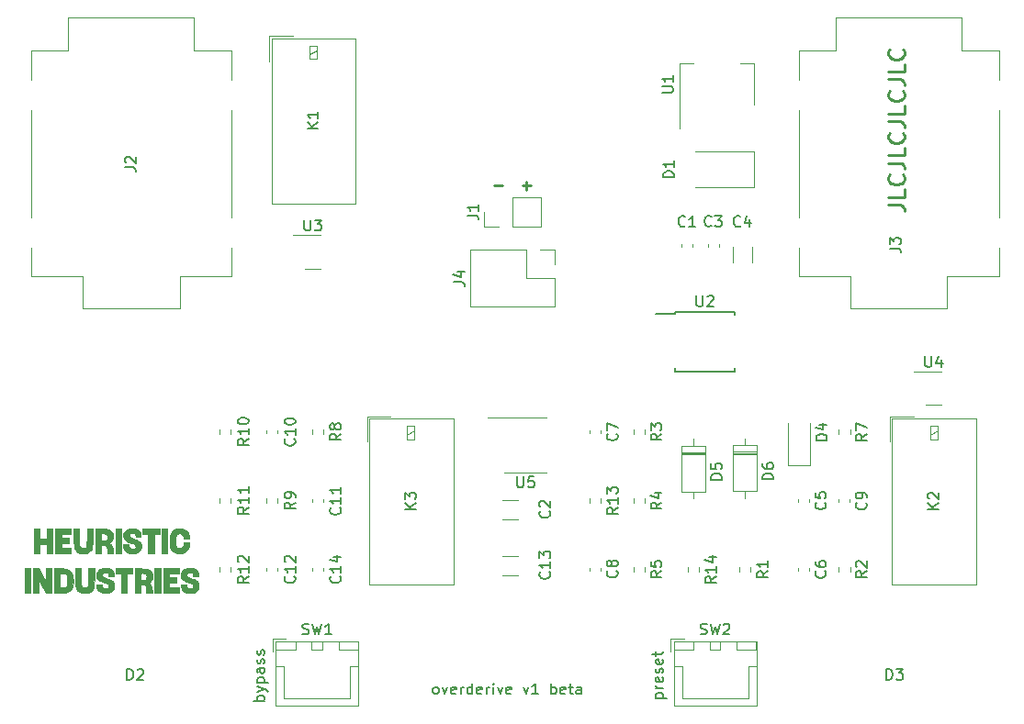
<source format=gbr>
%TF.GenerationSoftware,KiCad,Pcbnew,(5.1.9-0-10_14)*%
%TF.CreationDate,2021-06-12T10:18:14-06:00*%
%TF.ProjectId,template,74656d70-6c61-4746-952e-6b696361645f,rev?*%
%TF.SameCoordinates,Original*%
%TF.FileFunction,Legend,Top*%
%TF.FilePolarity,Positive*%
%FSLAX46Y46*%
G04 Gerber Fmt 4.6, Leading zero omitted, Abs format (unit mm)*
G04 Created by KiCad (PCBNEW (5.1.9-0-10_14)) date 2021-06-12 10:18:14*
%MOMM*%
%LPD*%
G01*
G04 APERTURE LIST*
%ADD10C,0.250000*%
%ADD11C,0.150000*%
%ADD12C,0.010000*%
%ADD13C,0.120000*%
G04 APERTURE END LIST*
D10*
X166903571Y-67653571D02*
X167975000Y-67653571D01*
X168189285Y-67725000D01*
X168332142Y-67867857D01*
X168403571Y-68082142D01*
X168403571Y-68225000D01*
X168403571Y-66225000D02*
X168403571Y-66939285D01*
X166903571Y-66939285D01*
X168260714Y-64867857D02*
X168332142Y-64939285D01*
X168403571Y-65153571D01*
X168403571Y-65296428D01*
X168332142Y-65510714D01*
X168189285Y-65653571D01*
X168046428Y-65725000D01*
X167760714Y-65796428D01*
X167546428Y-65796428D01*
X167260714Y-65725000D01*
X167117857Y-65653571D01*
X166975000Y-65510714D01*
X166903571Y-65296428D01*
X166903571Y-65153571D01*
X166975000Y-64939285D01*
X167046428Y-64867857D01*
X166903571Y-63796428D02*
X167975000Y-63796428D01*
X168189285Y-63867857D01*
X168332142Y-64010714D01*
X168403571Y-64225000D01*
X168403571Y-64367857D01*
X168403571Y-62367857D02*
X168403571Y-63082142D01*
X166903571Y-63082142D01*
X168260714Y-61010714D02*
X168332142Y-61082142D01*
X168403571Y-61296428D01*
X168403571Y-61439285D01*
X168332142Y-61653571D01*
X168189285Y-61796428D01*
X168046428Y-61867857D01*
X167760714Y-61939285D01*
X167546428Y-61939285D01*
X167260714Y-61867857D01*
X167117857Y-61796428D01*
X166975000Y-61653571D01*
X166903571Y-61439285D01*
X166903571Y-61296428D01*
X166975000Y-61082142D01*
X167046428Y-61010714D01*
X166903571Y-59939285D02*
X167975000Y-59939285D01*
X168189285Y-60010714D01*
X168332142Y-60153571D01*
X168403571Y-60367857D01*
X168403571Y-60510714D01*
X168403571Y-58510714D02*
X168403571Y-59225000D01*
X166903571Y-59225000D01*
X168260714Y-57153571D02*
X168332142Y-57225000D01*
X168403571Y-57439285D01*
X168403571Y-57582142D01*
X168332142Y-57796428D01*
X168189285Y-57939285D01*
X168046428Y-58010714D01*
X167760714Y-58082142D01*
X167546428Y-58082142D01*
X167260714Y-58010714D01*
X167117857Y-57939285D01*
X166975000Y-57796428D01*
X166903571Y-57582142D01*
X166903571Y-57439285D01*
X166975000Y-57225000D01*
X167046428Y-57153571D01*
X166903571Y-56082142D02*
X167975000Y-56082142D01*
X168189285Y-56153571D01*
X168332142Y-56296428D01*
X168403571Y-56510714D01*
X168403571Y-56653571D01*
X168403571Y-54653571D02*
X168403571Y-55367857D01*
X166903571Y-55367857D01*
X168260714Y-53296428D02*
X168332142Y-53367857D01*
X168403571Y-53582142D01*
X168403571Y-53725000D01*
X168332142Y-53939285D01*
X168189285Y-54082142D01*
X168046428Y-54153571D01*
X167760714Y-54225000D01*
X167546428Y-54225000D01*
X167260714Y-54153571D01*
X167117857Y-54082142D01*
X166975000Y-53939285D01*
X166903571Y-53725000D01*
X166903571Y-53582142D01*
X166975000Y-53367857D01*
X167046428Y-53296428D01*
D11*
X125133333Y-112802380D02*
X125038095Y-112754761D01*
X124990476Y-112707142D01*
X124942857Y-112611904D01*
X124942857Y-112326190D01*
X124990476Y-112230952D01*
X125038095Y-112183333D01*
X125133333Y-112135714D01*
X125276190Y-112135714D01*
X125371428Y-112183333D01*
X125419047Y-112230952D01*
X125466666Y-112326190D01*
X125466666Y-112611904D01*
X125419047Y-112707142D01*
X125371428Y-112754761D01*
X125276190Y-112802380D01*
X125133333Y-112802380D01*
X125800000Y-112135714D02*
X126038095Y-112802380D01*
X126276190Y-112135714D01*
X127038095Y-112754761D02*
X126942857Y-112802380D01*
X126752380Y-112802380D01*
X126657142Y-112754761D01*
X126609523Y-112659523D01*
X126609523Y-112278571D01*
X126657142Y-112183333D01*
X126752380Y-112135714D01*
X126942857Y-112135714D01*
X127038095Y-112183333D01*
X127085714Y-112278571D01*
X127085714Y-112373809D01*
X126609523Y-112469047D01*
X127514285Y-112802380D02*
X127514285Y-112135714D01*
X127514285Y-112326190D02*
X127561904Y-112230952D01*
X127609523Y-112183333D01*
X127704761Y-112135714D01*
X127800000Y-112135714D01*
X128561904Y-112802380D02*
X128561904Y-111802380D01*
X128561904Y-112754761D02*
X128466666Y-112802380D01*
X128276190Y-112802380D01*
X128180952Y-112754761D01*
X128133333Y-112707142D01*
X128085714Y-112611904D01*
X128085714Y-112326190D01*
X128133333Y-112230952D01*
X128180952Y-112183333D01*
X128276190Y-112135714D01*
X128466666Y-112135714D01*
X128561904Y-112183333D01*
X129419047Y-112754761D02*
X129323809Y-112802380D01*
X129133333Y-112802380D01*
X129038095Y-112754761D01*
X128990476Y-112659523D01*
X128990476Y-112278571D01*
X129038095Y-112183333D01*
X129133333Y-112135714D01*
X129323809Y-112135714D01*
X129419047Y-112183333D01*
X129466666Y-112278571D01*
X129466666Y-112373809D01*
X128990476Y-112469047D01*
X129895238Y-112802380D02*
X129895238Y-112135714D01*
X129895238Y-112326190D02*
X129942857Y-112230952D01*
X129990476Y-112183333D01*
X130085714Y-112135714D01*
X130180952Y-112135714D01*
X130514285Y-112802380D02*
X130514285Y-112135714D01*
X130514285Y-111802380D02*
X130466666Y-111850000D01*
X130514285Y-111897619D01*
X130561904Y-111850000D01*
X130514285Y-111802380D01*
X130514285Y-111897619D01*
X130895238Y-112135714D02*
X131133333Y-112802380D01*
X131371428Y-112135714D01*
X132133333Y-112754761D02*
X132038095Y-112802380D01*
X131847619Y-112802380D01*
X131752380Y-112754761D01*
X131704761Y-112659523D01*
X131704761Y-112278571D01*
X131752380Y-112183333D01*
X131847619Y-112135714D01*
X132038095Y-112135714D01*
X132133333Y-112183333D01*
X132180952Y-112278571D01*
X132180952Y-112373809D01*
X131704761Y-112469047D01*
X133276190Y-112135714D02*
X133514285Y-112802380D01*
X133752380Y-112135714D01*
X134657142Y-112802380D02*
X134085714Y-112802380D01*
X134371428Y-112802380D02*
X134371428Y-111802380D01*
X134276190Y-111945238D01*
X134180952Y-112040476D01*
X134085714Y-112088095D01*
X135847619Y-112802380D02*
X135847619Y-111802380D01*
X135847619Y-112183333D02*
X135942857Y-112135714D01*
X136133333Y-112135714D01*
X136228571Y-112183333D01*
X136276190Y-112230952D01*
X136323809Y-112326190D01*
X136323809Y-112611904D01*
X136276190Y-112707142D01*
X136228571Y-112754761D01*
X136133333Y-112802380D01*
X135942857Y-112802380D01*
X135847619Y-112754761D01*
X137133333Y-112754761D02*
X137038095Y-112802380D01*
X136847619Y-112802380D01*
X136752380Y-112754761D01*
X136704761Y-112659523D01*
X136704761Y-112278571D01*
X136752380Y-112183333D01*
X136847619Y-112135714D01*
X137038095Y-112135714D01*
X137133333Y-112183333D01*
X137180952Y-112278571D01*
X137180952Y-112373809D01*
X136704761Y-112469047D01*
X137466666Y-112135714D02*
X137847619Y-112135714D01*
X137609523Y-111802380D02*
X137609523Y-112659523D01*
X137657142Y-112754761D01*
X137752380Y-112802380D01*
X137847619Y-112802380D01*
X138609523Y-112802380D02*
X138609523Y-112278571D01*
X138561904Y-112183333D01*
X138466666Y-112135714D01*
X138276190Y-112135714D01*
X138180952Y-112183333D01*
X138609523Y-112754761D02*
X138514285Y-112802380D01*
X138276190Y-112802380D01*
X138180952Y-112754761D01*
X138133333Y-112659523D01*
X138133333Y-112564285D01*
X138180952Y-112469047D01*
X138276190Y-112421428D01*
X138514285Y-112421428D01*
X138609523Y-112373809D01*
D10*
X130569047Y-65896428D02*
X131330952Y-65896428D01*
X133169047Y-65896428D02*
X133930952Y-65896428D01*
X133550000Y-66277380D02*
X133550000Y-65515476D01*
D11*
X145485714Y-113171428D02*
X146485714Y-113171428D01*
X145533333Y-113171428D02*
X145485714Y-113076190D01*
X145485714Y-112885714D01*
X145533333Y-112790476D01*
X145580952Y-112742857D01*
X145676190Y-112695238D01*
X145961904Y-112695238D01*
X146057142Y-112742857D01*
X146104761Y-112790476D01*
X146152380Y-112885714D01*
X146152380Y-113076190D01*
X146104761Y-113171428D01*
X146152380Y-112266666D02*
X145485714Y-112266666D01*
X145676190Y-112266666D02*
X145580952Y-112219047D01*
X145533333Y-112171428D01*
X145485714Y-112076190D01*
X145485714Y-111980952D01*
X146104761Y-111266666D02*
X146152380Y-111361904D01*
X146152380Y-111552380D01*
X146104761Y-111647619D01*
X146009523Y-111695238D01*
X145628571Y-111695238D01*
X145533333Y-111647619D01*
X145485714Y-111552380D01*
X145485714Y-111361904D01*
X145533333Y-111266666D01*
X145628571Y-111219047D01*
X145723809Y-111219047D01*
X145819047Y-111695238D01*
X146104761Y-110838095D02*
X146152380Y-110742857D01*
X146152380Y-110552380D01*
X146104761Y-110457142D01*
X146009523Y-110409523D01*
X145961904Y-110409523D01*
X145866666Y-110457142D01*
X145819047Y-110552380D01*
X145819047Y-110695238D01*
X145771428Y-110790476D01*
X145676190Y-110838095D01*
X145628571Y-110838095D01*
X145533333Y-110790476D01*
X145485714Y-110695238D01*
X145485714Y-110552380D01*
X145533333Y-110457142D01*
X146104761Y-109600000D02*
X146152380Y-109695238D01*
X146152380Y-109885714D01*
X146104761Y-109980952D01*
X146009523Y-110028571D01*
X145628571Y-110028571D01*
X145533333Y-109980952D01*
X145485714Y-109885714D01*
X145485714Y-109695238D01*
X145533333Y-109600000D01*
X145628571Y-109552380D01*
X145723809Y-109552380D01*
X145819047Y-110028571D01*
X145485714Y-109266666D02*
X145485714Y-108885714D01*
X145152380Y-109123809D02*
X146009523Y-109123809D01*
X146104761Y-109076190D01*
X146152380Y-108980952D01*
X146152380Y-108885714D01*
X109402380Y-113409523D02*
X108402380Y-113409523D01*
X108783333Y-113409523D02*
X108735714Y-113314285D01*
X108735714Y-113123809D01*
X108783333Y-113028571D01*
X108830952Y-112980952D01*
X108926190Y-112933333D01*
X109211904Y-112933333D01*
X109307142Y-112980952D01*
X109354761Y-113028571D01*
X109402380Y-113123809D01*
X109402380Y-113314285D01*
X109354761Y-113409523D01*
X108735714Y-112600000D02*
X109402380Y-112361904D01*
X108735714Y-112123809D02*
X109402380Y-112361904D01*
X109640476Y-112457142D01*
X109688095Y-112504761D01*
X109735714Y-112600000D01*
X108735714Y-111742857D02*
X109735714Y-111742857D01*
X108783333Y-111742857D02*
X108735714Y-111647619D01*
X108735714Y-111457142D01*
X108783333Y-111361904D01*
X108830952Y-111314285D01*
X108926190Y-111266666D01*
X109211904Y-111266666D01*
X109307142Y-111314285D01*
X109354761Y-111361904D01*
X109402380Y-111457142D01*
X109402380Y-111647619D01*
X109354761Y-111742857D01*
X109402380Y-110409523D02*
X108878571Y-110409523D01*
X108783333Y-110457142D01*
X108735714Y-110552380D01*
X108735714Y-110742857D01*
X108783333Y-110838095D01*
X109354761Y-110409523D02*
X109402380Y-110504761D01*
X109402380Y-110742857D01*
X109354761Y-110838095D01*
X109259523Y-110885714D01*
X109164285Y-110885714D01*
X109069047Y-110838095D01*
X109021428Y-110742857D01*
X109021428Y-110504761D01*
X108973809Y-110409523D01*
X109354761Y-109980952D02*
X109402380Y-109885714D01*
X109402380Y-109695238D01*
X109354761Y-109600000D01*
X109259523Y-109552380D01*
X109211904Y-109552380D01*
X109116666Y-109600000D01*
X109069047Y-109695238D01*
X109069047Y-109838095D01*
X109021428Y-109933333D01*
X108926190Y-109980952D01*
X108878571Y-109980952D01*
X108783333Y-109933333D01*
X108735714Y-109838095D01*
X108735714Y-109695238D01*
X108783333Y-109600000D01*
X109354761Y-109171428D02*
X109402380Y-109076190D01*
X109402380Y-108885714D01*
X109354761Y-108790476D01*
X109259523Y-108742857D01*
X109211904Y-108742857D01*
X109116666Y-108790476D01*
X109069047Y-108885714D01*
X109069047Y-109028571D01*
X109021428Y-109123809D01*
X108926190Y-109171428D01*
X108878571Y-109171428D01*
X108783333Y-109123809D01*
X108735714Y-109028571D01*
X108735714Y-108885714D01*
X108783333Y-108790476D01*
D12*
%TO.C,Ref\u002A\u002A*%
G36*
X94917129Y-101174373D02*
G01*
X95047199Y-101189042D01*
X95152411Y-101216841D01*
X95241133Y-101260392D01*
X95321730Y-101322314D01*
X95361000Y-101360370D01*
X95451775Y-101474502D01*
X95508320Y-101599134D01*
X95534302Y-101743830D01*
X95537000Y-101819342D01*
X95537000Y-101942500D01*
X95050167Y-101942500D01*
X95050134Y-101873709D01*
X95031733Y-101768596D01*
X94980833Y-101683933D01*
X94903722Y-101623209D01*
X94806688Y-101589914D01*
X94696019Y-101587539D01*
X94586187Y-101616212D01*
X94499149Y-101667667D01*
X94450152Y-101735149D01*
X94440477Y-101815126D01*
X94471405Y-101904064D01*
X94477810Y-101915014D01*
X94502912Y-101950626D01*
X94534653Y-101981424D01*
X94579128Y-102010528D01*
X94642432Y-102041055D01*
X94730661Y-102076124D01*
X94849910Y-102118854D01*
X94930464Y-102146592D01*
X95083564Y-102201046D01*
X95202423Y-102248969D01*
X95293909Y-102293940D01*
X95364888Y-102339543D01*
X95422227Y-102389359D01*
X95447190Y-102416126D01*
X95509461Y-102504941D01*
X95547684Y-102606665D01*
X95564950Y-102731584D01*
X95566637Y-102813609D01*
X95548824Y-102977558D01*
X95497612Y-103117109D01*
X95411316Y-103235902D01*
X95342519Y-103298319D01*
X95212414Y-103377516D01*
X95055459Y-103434602D01*
X94882318Y-103467084D01*
X94703655Y-103472466D01*
X94626834Y-103465707D01*
X94468614Y-103439234D01*
X94341022Y-103401628D01*
X94232853Y-103348238D01*
X94132899Y-103274413D01*
X94104046Y-103248698D01*
X94014846Y-103152731D01*
X93956657Y-103052867D01*
X93923594Y-102936195D01*
X93911524Y-102826209D01*
X93901728Y-102662167D01*
X94436334Y-102662167D01*
X94436334Y-102743703D01*
X94456062Y-102842288D01*
X94509501Y-102931901D01*
X94588035Y-103004228D01*
X94683048Y-103050952D01*
X94768598Y-103064334D01*
X94878352Y-103048948D01*
X94964152Y-103006617D01*
X95022074Y-102943079D01*
X95048192Y-102864073D01*
X95038580Y-102775337D01*
X95009504Y-102712156D01*
X94977676Y-102672949D01*
X94928196Y-102634526D01*
X94856057Y-102594311D01*
X94756252Y-102549731D01*
X94623774Y-102498210D01*
X94521000Y-102460929D01*
X94395917Y-102415475D01*
X94302189Y-102378559D01*
X94230830Y-102345880D01*
X94172856Y-102313140D01*
X94119280Y-102276039D01*
X94094041Y-102256641D01*
X94005702Y-102163709D01*
X93949334Y-102047425D01*
X93923629Y-101904612D01*
X93921649Y-101837802D01*
X93936662Y-101677292D01*
X93981511Y-101542226D01*
X94059308Y-101425217D01*
X94122295Y-101361324D01*
X94227436Y-101282022D01*
X94344304Y-101225753D01*
X94480742Y-101190144D01*
X94644597Y-101172819D01*
X94753834Y-101170216D01*
X94917129Y-101174373D01*
G37*
X94917129Y-101174373D02*
X95047199Y-101189042D01*
X95152411Y-101216841D01*
X95241133Y-101260392D01*
X95321730Y-101322314D01*
X95361000Y-101360370D01*
X95451775Y-101474502D01*
X95508320Y-101599134D01*
X95534302Y-101743830D01*
X95537000Y-101819342D01*
X95537000Y-101942500D01*
X95050167Y-101942500D01*
X95050134Y-101873709D01*
X95031733Y-101768596D01*
X94980833Y-101683933D01*
X94903722Y-101623209D01*
X94806688Y-101589914D01*
X94696019Y-101587539D01*
X94586187Y-101616212D01*
X94499149Y-101667667D01*
X94450152Y-101735149D01*
X94440477Y-101815126D01*
X94471405Y-101904064D01*
X94477810Y-101915014D01*
X94502912Y-101950626D01*
X94534653Y-101981424D01*
X94579128Y-102010528D01*
X94642432Y-102041055D01*
X94730661Y-102076124D01*
X94849910Y-102118854D01*
X94930464Y-102146592D01*
X95083564Y-102201046D01*
X95202423Y-102248969D01*
X95293909Y-102293940D01*
X95364888Y-102339543D01*
X95422227Y-102389359D01*
X95447190Y-102416126D01*
X95509461Y-102504941D01*
X95547684Y-102606665D01*
X95564950Y-102731584D01*
X95566637Y-102813609D01*
X95548824Y-102977558D01*
X95497612Y-103117109D01*
X95411316Y-103235902D01*
X95342519Y-103298319D01*
X95212414Y-103377516D01*
X95055459Y-103434602D01*
X94882318Y-103467084D01*
X94703655Y-103472466D01*
X94626834Y-103465707D01*
X94468614Y-103439234D01*
X94341022Y-103401628D01*
X94232853Y-103348238D01*
X94132899Y-103274413D01*
X94104046Y-103248698D01*
X94014846Y-103152731D01*
X93956657Y-103052867D01*
X93923594Y-102936195D01*
X93911524Y-102826209D01*
X93901728Y-102662167D01*
X94436334Y-102662167D01*
X94436334Y-102743703D01*
X94456062Y-102842288D01*
X94509501Y-102931901D01*
X94588035Y-103004228D01*
X94683048Y-103050952D01*
X94768598Y-103064334D01*
X94878352Y-103048948D01*
X94964152Y-103006617D01*
X95022074Y-102943079D01*
X95048192Y-102864073D01*
X95038580Y-102775337D01*
X95009504Y-102712156D01*
X94977676Y-102672949D01*
X94928196Y-102634526D01*
X94856057Y-102594311D01*
X94756252Y-102549731D01*
X94623774Y-102498210D01*
X94521000Y-102460929D01*
X94395917Y-102415475D01*
X94302189Y-102378559D01*
X94230830Y-102345880D01*
X94172856Y-102313140D01*
X94119280Y-102276039D01*
X94094041Y-102256641D01*
X94005702Y-102163709D01*
X93949334Y-102047425D01*
X93923629Y-101904612D01*
X93921649Y-101837802D01*
X93936662Y-101677292D01*
X93981511Y-101542226D01*
X94059308Y-101425217D01*
X94122295Y-101361324D01*
X94227436Y-101282022D01*
X94344304Y-101225753D01*
X94480742Y-101190144D01*
X94644597Y-101172819D01*
X94753834Y-101170216D01*
X94917129Y-101174373D01*
G36*
X102705160Y-101174335D02*
G01*
X102834151Y-101188928D01*
X102938747Y-101216680D01*
X103027557Y-101260276D01*
X103109188Y-101322400D01*
X103147447Y-101358686D01*
X103238493Y-101469996D01*
X103295748Y-101591907D01*
X103322894Y-101733901D01*
X103326334Y-101819342D01*
X103326334Y-101942500D01*
X102839500Y-101942500D01*
X102839467Y-101873709D01*
X102820659Y-101771657D01*
X102769159Y-101687558D01*
X102692203Y-101625285D01*
X102597022Y-101588711D01*
X102490849Y-101581710D01*
X102380919Y-101608156D01*
X102360425Y-101617176D01*
X102277383Y-101673643D01*
X102233867Y-101744089D01*
X102230638Y-101826076D01*
X102267249Y-101915188D01*
X102295561Y-101953399D01*
X102334183Y-101987652D01*
X102388957Y-102020901D01*
X102465729Y-102056103D01*
X102570343Y-102096213D01*
X102708643Y-102144187D01*
X102742502Y-102155533D01*
X102907272Y-102214874D01*
X103036323Y-102272051D01*
X103135873Y-102330685D01*
X103212139Y-102394395D01*
X103267421Y-102461084D01*
X103323840Y-102576024D01*
X103353317Y-102712051D01*
X103355757Y-102857523D01*
X103331067Y-103000796D01*
X103279151Y-103130227D01*
X103272934Y-103141151D01*
X103183830Y-103252760D01*
X103062406Y-103343828D01*
X102914455Y-103412241D01*
X102745770Y-103455881D01*
X102562146Y-103472631D01*
X102391194Y-103463251D01*
X102200512Y-103423714D01*
X102038424Y-103354917D01*
X101908137Y-103261370D01*
X101813449Y-103163613D01*
X101751460Y-103064893D01*
X101715780Y-102951796D01*
X101700857Y-102826209D01*
X101691061Y-102662167D01*
X102225667Y-102662167D01*
X102225667Y-102737301D01*
X102245115Y-102842180D01*
X102298123Y-102935701D01*
X102376685Y-103008766D01*
X102472798Y-103052278D01*
X102508548Y-103058780D01*
X102609191Y-103062273D01*
X102686077Y-103043347D01*
X102753769Y-102997577D01*
X102774365Y-102978046D01*
X102827006Y-102900964D01*
X102837914Y-102816935D01*
X102807057Y-102726286D01*
X102799156Y-102712681D01*
X102770132Y-102675432D01*
X102727132Y-102639989D01*
X102664792Y-102603594D01*
X102577747Y-102563490D01*
X102460633Y-102516921D01*
X102313527Y-102463068D01*
X102154426Y-102403093D01*
X102030609Y-102348465D01*
X101935955Y-102295701D01*
X101864346Y-102241320D01*
X101809663Y-102181840D01*
X101802620Y-102172370D01*
X101737557Y-102048169D01*
X101706607Y-101908962D01*
X101708635Y-101763191D01*
X101742508Y-101619296D01*
X101807089Y-101485717D01*
X101901246Y-101370896D01*
X101911629Y-101361324D01*
X102016769Y-101282022D01*
X102133637Y-101225753D01*
X102270076Y-101190144D01*
X102433930Y-101172819D01*
X102543167Y-101170216D01*
X102705160Y-101174335D01*
G37*
X102705160Y-101174335D02*
X102834151Y-101188928D01*
X102938747Y-101216680D01*
X103027557Y-101260276D01*
X103109188Y-101322400D01*
X103147447Y-101358686D01*
X103238493Y-101469996D01*
X103295748Y-101591907D01*
X103322894Y-101733901D01*
X103326334Y-101819342D01*
X103326334Y-101942500D01*
X102839500Y-101942500D01*
X102839467Y-101873709D01*
X102820659Y-101771657D01*
X102769159Y-101687558D01*
X102692203Y-101625285D01*
X102597022Y-101588711D01*
X102490849Y-101581710D01*
X102380919Y-101608156D01*
X102360425Y-101617176D01*
X102277383Y-101673643D01*
X102233867Y-101744089D01*
X102230638Y-101826076D01*
X102267249Y-101915188D01*
X102295561Y-101953399D01*
X102334183Y-101987652D01*
X102388957Y-102020901D01*
X102465729Y-102056103D01*
X102570343Y-102096213D01*
X102708643Y-102144187D01*
X102742502Y-102155533D01*
X102907272Y-102214874D01*
X103036323Y-102272051D01*
X103135873Y-102330685D01*
X103212139Y-102394395D01*
X103267421Y-102461084D01*
X103323840Y-102576024D01*
X103353317Y-102712051D01*
X103355757Y-102857523D01*
X103331067Y-103000796D01*
X103279151Y-103130227D01*
X103272934Y-103141151D01*
X103183830Y-103252760D01*
X103062406Y-103343828D01*
X102914455Y-103412241D01*
X102745770Y-103455881D01*
X102562146Y-103472631D01*
X102391194Y-103463251D01*
X102200512Y-103423714D01*
X102038424Y-103354917D01*
X101908137Y-103261370D01*
X101813449Y-103163613D01*
X101751460Y-103064893D01*
X101715780Y-102951796D01*
X101700857Y-102826209D01*
X101691061Y-102662167D01*
X102225667Y-102662167D01*
X102225667Y-102737301D01*
X102245115Y-102842180D01*
X102298123Y-102935701D01*
X102376685Y-103008766D01*
X102472798Y-103052278D01*
X102508548Y-103058780D01*
X102609191Y-103062273D01*
X102686077Y-103043347D01*
X102753769Y-102997577D01*
X102774365Y-102978046D01*
X102827006Y-102900964D01*
X102837914Y-102816935D01*
X102807057Y-102726286D01*
X102799156Y-102712681D01*
X102770132Y-102675432D01*
X102727132Y-102639989D01*
X102664792Y-102603594D01*
X102577747Y-102563490D01*
X102460633Y-102516921D01*
X102313527Y-102463068D01*
X102154426Y-102403093D01*
X102030609Y-102348465D01*
X101935955Y-102295701D01*
X101864346Y-102241320D01*
X101809663Y-102181840D01*
X101802620Y-102172370D01*
X101737557Y-102048169D01*
X101706607Y-101908962D01*
X101708635Y-101763191D01*
X101742508Y-101619296D01*
X101807089Y-101485717D01*
X101901246Y-101370896D01*
X101911629Y-101361324D01*
X102016769Y-101282022D01*
X102133637Y-101225753D01*
X102270076Y-101190144D01*
X102433930Y-101172819D01*
X102543167Y-101170216D01*
X102705160Y-101174335D01*
G36*
X92492840Y-101947792D02*
G01*
X92494748Y-102146243D01*
X92496707Y-102307033D01*
X92499001Y-102434833D01*
X92501915Y-102534315D01*
X92505734Y-102610150D01*
X92510743Y-102667010D01*
X92517226Y-102709565D01*
X92525469Y-102742487D01*
X92535755Y-102770449D01*
X92544136Y-102789167D01*
X92590254Y-102874831D01*
X92638957Y-102928600D01*
X92701601Y-102957420D01*
X92789541Y-102968237D01*
X92838250Y-102969084D01*
X92938605Y-102964314D01*
X93009410Y-102945321D01*
X93062831Y-102905082D01*
X93111036Y-102836571D01*
X93131544Y-102799750D01*
X93143511Y-102775835D01*
X93153227Y-102750260D01*
X93160974Y-102718460D01*
X93167035Y-102675869D01*
X93171692Y-102617921D01*
X93175229Y-102540051D01*
X93177928Y-102437693D01*
X93180072Y-102306280D01*
X93181943Y-102141249D01*
X93183644Y-101958375D01*
X93190371Y-101201667D01*
X93716667Y-101201667D01*
X93716667Y-101823841D01*
X93715398Y-102081570D01*
X93711386Y-102301339D01*
X93704321Y-102487451D01*
X93693895Y-102644210D01*
X93679799Y-102775918D01*
X93661723Y-102886880D01*
X93639358Y-102981397D01*
X93631678Y-103007476D01*
X93565622Y-103155830D01*
X93468092Y-103276042D01*
X93339707Y-103367576D01*
X93181085Y-103429898D01*
X93128250Y-103442701D01*
X93039256Y-103454992D01*
X92923641Y-103461894D01*
X92796779Y-103463359D01*
X92674042Y-103459340D01*
X92570806Y-103449790D01*
X92538849Y-103444498D01*
X92421667Y-103408119D01*
X92305701Y-103349547D01*
X92207844Y-103278039D01*
X92175282Y-103245324D01*
X92130733Y-103191308D01*
X92093487Y-103136717D01*
X92062903Y-103077311D01*
X92038338Y-103008846D01*
X92019152Y-102927083D01*
X92004701Y-102827780D01*
X91994343Y-102706695D01*
X91987438Y-102559588D01*
X91983342Y-102382216D01*
X91981414Y-102170340D01*
X91981000Y-101961805D01*
X91981000Y-101201667D01*
X92486097Y-101201667D01*
X92492840Y-101947792D01*
G37*
X92492840Y-101947792D02*
X92494748Y-102146243D01*
X92496707Y-102307033D01*
X92499001Y-102434833D01*
X92501915Y-102534315D01*
X92505734Y-102610150D01*
X92510743Y-102667010D01*
X92517226Y-102709565D01*
X92525469Y-102742487D01*
X92535755Y-102770449D01*
X92544136Y-102789167D01*
X92590254Y-102874831D01*
X92638957Y-102928600D01*
X92701601Y-102957420D01*
X92789541Y-102968237D01*
X92838250Y-102969084D01*
X92938605Y-102964314D01*
X93009410Y-102945321D01*
X93062831Y-102905082D01*
X93111036Y-102836571D01*
X93131544Y-102799750D01*
X93143511Y-102775835D01*
X93153227Y-102750260D01*
X93160974Y-102718460D01*
X93167035Y-102675869D01*
X93171692Y-102617921D01*
X93175229Y-102540051D01*
X93177928Y-102437693D01*
X93180072Y-102306280D01*
X93181943Y-102141249D01*
X93183644Y-101958375D01*
X93190371Y-101201667D01*
X93716667Y-101201667D01*
X93716667Y-101823841D01*
X93715398Y-102081570D01*
X93711386Y-102301339D01*
X93704321Y-102487451D01*
X93693895Y-102644210D01*
X93679799Y-102775918D01*
X93661723Y-102886880D01*
X93639358Y-102981397D01*
X93631678Y-103007476D01*
X93565622Y-103155830D01*
X93468092Y-103276042D01*
X93339707Y-103367576D01*
X93181085Y-103429898D01*
X93128250Y-103442701D01*
X93039256Y-103454992D01*
X92923641Y-103461894D01*
X92796779Y-103463359D01*
X92674042Y-103459340D01*
X92570806Y-103449790D01*
X92538849Y-103444498D01*
X92421667Y-103408119D01*
X92305701Y-103349547D01*
X92207844Y-103278039D01*
X92175282Y-103245324D01*
X92130733Y-103191308D01*
X92093487Y-103136717D01*
X92062903Y-103077311D01*
X92038338Y-103008846D01*
X92019152Y-102927083D01*
X92004701Y-102827780D01*
X91994343Y-102706695D01*
X91987438Y-102559588D01*
X91983342Y-102382216D01*
X91981414Y-102170340D01*
X91981000Y-101961805D01*
X91981000Y-101201667D01*
X92486097Y-101201667D01*
X92492840Y-101947792D01*
G36*
X87811167Y-103445334D02*
G01*
X87282000Y-103445334D01*
X87282000Y-101201667D01*
X87811167Y-101201667D01*
X87811167Y-103445334D01*
G37*
X87811167Y-103445334D02*
X87282000Y-103445334D01*
X87282000Y-101201667D01*
X87811167Y-101201667D01*
X87811167Y-103445334D01*
G36*
X89779667Y-103445334D02*
G01*
X89260070Y-103445334D01*
X88932493Y-102847375D01*
X88604917Y-102249417D01*
X88599296Y-102847375D01*
X88593674Y-103445334D01*
X88065167Y-103445334D01*
X88065167Y-101201667D01*
X88324459Y-101201830D01*
X88583750Y-101201993D01*
X88911834Y-101820955D01*
X89239917Y-102439917D01*
X89245528Y-101820792D01*
X89251140Y-101201667D01*
X89779667Y-101201667D01*
X89779667Y-103445334D01*
G37*
X89779667Y-103445334D02*
X89260070Y-103445334D01*
X88932493Y-102847375D01*
X88604917Y-102249417D01*
X88599296Y-102847375D01*
X88593674Y-103445334D01*
X88065167Y-103445334D01*
X88065167Y-101201667D01*
X88324459Y-101201830D01*
X88583750Y-101201993D01*
X88911834Y-101820955D01*
X89239917Y-102439917D01*
X89245528Y-101820792D01*
X89251140Y-101201667D01*
X89779667Y-101201667D01*
X89779667Y-103445334D01*
G36*
X90672827Y-101202972D02*
G01*
X90825399Y-101207494D01*
X90949455Y-101216143D01*
X91051873Y-101229829D01*
X91139531Y-101249462D01*
X91219306Y-101275952D01*
X91295341Y-101308907D01*
X91439340Y-101397533D01*
X91556877Y-101514809D01*
X91648560Y-101662029D01*
X91714995Y-101840493D01*
X91756790Y-102051495D01*
X91774551Y-102296334D01*
X91775161Y-102334084D01*
X91769219Y-102555385D01*
X91745660Y-102743025D01*
X91702914Y-102902510D01*
X91639414Y-103039352D01*
X91553593Y-103159060D01*
X91534263Y-103180726D01*
X91462020Y-103253038D01*
X91388832Y-103311199D01*
X91309134Y-103356668D01*
X91217363Y-103390901D01*
X91107954Y-103415358D01*
X90975343Y-103431497D01*
X90813964Y-103440776D01*
X90618254Y-103444653D01*
X90525792Y-103445021D01*
X90054834Y-103445334D01*
X90054834Y-102979667D01*
X90562834Y-102979667D01*
X90688792Y-102979667D01*
X90781962Y-102975342D01*
X90878794Y-102964325D01*
X90922960Y-102956460D01*
X91029519Y-102919281D01*
X91113410Y-102856652D01*
X91176026Y-102765786D01*
X91218762Y-102643898D01*
X91243012Y-102488200D01*
X91250190Y-102302334D01*
X91243302Y-102117828D01*
X91221668Y-101970443D01*
X91182537Y-101856704D01*
X91123158Y-101773132D01*
X91040778Y-101716250D01*
X90932646Y-101682583D01*
X90796010Y-101668652D01*
X90748042Y-101667798D01*
X90562834Y-101667334D01*
X90562834Y-102979667D01*
X90054834Y-102979667D01*
X90054834Y-101201667D01*
X90484863Y-101201667D01*
X90672827Y-101202972D01*
G37*
X90672827Y-101202972D02*
X90825399Y-101207494D01*
X90949455Y-101216143D01*
X91051873Y-101229829D01*
X91139531Y-101249462D01*
X91219306Y-101275952D01*
X91295341Y-101308907D01*
X91439340Y-101397533D01*
X91556877Y-101514809D01*
X91648560Y-101662029D01*
X91714995Y-101840493D01*
X91756790Y-102051495D01*
X91774551Y-102296334D01*
X91775161Y-102334084D01*
X91769219Y-102555385D01*
X91745660Y-102743025D01*
X91702914Y-102902510D01*
X91639414Y-103039352D01*
X91553593Y-103159060D01*
X91534263Y-103180726D01*
X91462020Y-103253038D01*
X91388832Y-103311199D01*
X91309134Y-103356668D01*
X91217363Y-103390901D01*
X91107954Y-103415358D01*
X90975343Y-103431497D01*
X90813964Y-103440776D01*
X90618254Y-103444653D01*
X90525792Y-103445021D01*
X90054834Y-103445334D01*
X90054834Y-102979667D01*
X90562834Y-102979667D01*
X90688792Y-102979667D01*
X90781962Y-102975342D01*
X90878794Y-102964325D01*
X90922960Y-102956460D01*
X91029519Y-102919281D01*
X91113410Y-102856652D01*
X91176026Y-102765786D01*
X91218762Y-102643898D01*
X91243012Y-102488200D01*
X91250190Y-102302334D01*
X91243302Y-102117828D01*
X91221668Y-101970443D01*
X91182537Y-101856704D01*
X91123158Y-101773132D01*
X91040778Y-101716250D01*
X90932646Y-101682583D01*
X90796010Y-101668652D01*
X90748042Y-101667798D01*
X90562834Y-101667334D01*
X90562834Y-102979667D01*
X90054834Y-102979667D01*
X90054834Y-101201667D01*
X90484863Y-101201667D01*
X90672827Y-101202972D01*
G36*
X97251500Y-101688500D02*
G01*
X96743500Y-101688500D01*
X96743500Y-103445334D01*
X96214334Y-103445334D01*
X96214334Y-101688500D01*
X95685167Y-101688500D01*
X95685167Y-101201667D01*
X97251500Y-101201667D01*
X97251500Y-101688500D01*
G37*
X97251500Y-101688500D02*
X96743500Y-101688500D01*
X96743500Y-103445334D01*
X96214334Y-103445334D01*
X96214334Y-101688500D01*
X95685167Y-101688500D01*
X95685167Y-101201667D01*
X97251500Y-101201667D01*
X97251500Y-101688500D01*
G36*
X97976459Y-101207139D02*
G01*
X98168919Y-101211437D01*
X98324821Y-101217285D01*
X98449933Y-101225695D01*
X98550028Y-101237678D01*
X98630875Y-101254245D01*
X98698244Y-101276407D01*
X98757907Y-101305176D01*
X98815634Y-101341563D01*
X98839268Y-101358327D01*
X98916975Y-101430294D01*
X98985533Y-101521201D01*
X98997750Y-101542015D01*
X99025329Y-101594343D01*
X99043507Y-101639663D01*
X99054234Y-101688971D01*
X99059461Y-101753264D01*
X99061135Y-101843537D01*
X99061250Y-101900167D01*
X99060439Y-102008497D01*
X99056835Y-102085406D01*
X99048680Y-102141790D01*
X99034216Y-102188548D01*
X99011687Y-102236579D01*
X99004932Y-102249417D01*
X98914763Y-102379660D01*
X98796522Y-102491674D01*
X98758570Y-102518825D01*
X98709889Y-102551214D01*
X98761503Y-102564169D01*
X98825375Y-102599225D01*
X98888668Y-102667478D01*
X98944818Y-102760217D01*
X98984721Y-102860313D01*
X99010977Y-102960459D01*
X99035437Y-103080184D01*
X99055453Y-103203590D01*
X99068378Y-103314775D01*
X99071834Y-103383365D01*
X99071834Y-103445334D01*
X98526506Y-103445334D01*
X98517946Y-103175459D01*
X98508691Y-103020479D01*
X98489380Y-102902312D01*
X98456037Y-102815874D01*
X98404688Y-102756083D01*
X98331355Y-102717856D01*
X98232062Y-102696112D01*
X98136177Y-102687447D01*
X97971167Y-102677894D01*
X97971167Y-103445334D01*
X97442000Y-103445334D01*
X97442000Y-101649213D01*
X97971167Y-101649213D01*
X97971167Y-102281167D01*
X98163693Y-102281167D01*
X98272578Y-102278488D01*
X98348918Y-102269548D01*
X98402217Y-102252995D01*
X98417351Y-102245055D01*
X98486130Y-102180602D01*
X98527822Y-102084260D01*
X98542628Y-101955551D01*
X98542667Y-101947723D01*
X98531458Y-101831440D01*
X98495300Y-101746474D01*
X98430392Y-101687475D01*
X98332935Y-101649088D01*
X98330191Y-101648382D01*
X98169381Y-101628866D01*
X98092686Y-101634030D01*
X97971167Y-101649213D01*
X97442000Y-101649213D01*
X97442000Y-101197441D01*
X97976459Y-101207139D01*
G37*
X97976459Y-101207139D02*
X98168919Y-101211437D01*
X98324821Y-101217285D01*
X98449933Y-101225695D01*
X98550028Y-101237678D01*
X98630875Y-101254245D01*
X98698244Y-101276407D01*
X98757907Y-101305176D01*
X98815634Y-101341563D01*
X98839268Y-101358327D01*
X98916975Y-101430294D01*
X98985533Y-101521201D01*
X98997750Y-101542015D01*
X99025329Y-101594343D01*
X99043507Y-101639663D01*
X99054234Y-101688971D01*
X99059461Y-101753264D01*
X99061135Y-101843537D01*
X99061250Y-101900167D01*
X99060439Y-102008497D01*
X99056835Y-102085406D01*
X99048680Y-102141790D01*
X99034216Y-102188548D01*
X99011687Y-102236579D01*
X99004932Y-102249417D01*
X98914763Y-102379660D01*
X98796522Y-102491674D01*
X98758570Y-102518825D01*
X98709889Y-102551214D01*
X98761503Y-102564169D01*
X98825375Y-102599225D01*
X98888668Y-102667478D01*
X98944818Y-102760217D01*
X98984721Y-102860313D01*
X99010977Y-102960459D01*
X99035437Y-103080184D01*
X99055453Y-103203590D01*
X99068378Y-103314775D01*
X99071834Y-103383365D01*
X99071834Y-103445334D01*
X98526506Y-103445334D01*
X98517946Y-103175459D01*
X98508691Y-103020479D01*
X98489380Y-102902312D01*
X98456037Y-102815874D01*
X98404688Y-102756083D01*
X98331355Y-102717856D01*
X98232062Y-102696112D01*
X98136177Y-102687447D01*
X97971167Y-102677894D01*
X97971167Y-103445334D01*
X97442000Y-103445334D01*
X97442000Y-101649213D01*
X97971167Y-101649213D01*
X97971167Y-102281167D01*
X98163693Y-102281167D01*
X98272578Y-102278488D01*
X98348918Y-102269548D01*
X98402217Y-102252995D01*
X98417351Y-102245055D01*
X98486130Y-102180602D01*
X98527822Y-102084260D01*
X98542628Y-101955551D01*
X98542667Y-101947723D01*
X98531458Y-101831440D01*
X98495300Y-101746474D01*
X98430392Y-101687475D01*
X98332935Y-101649088D01*
X98330191Y-101648382D01*
X98169381Y-101628866D01*
X98092686Y-101634030D01*
X97971167Y-101649213D01*
X97442000Y-101649213D01*
X97442000Y-101197441D01*
X97976459Y-101207139D01*
G36*
X99812667Y-103445334D02*
G01*
X99283500Y-103445334D01*
X99283500Y-101201667D01*
X99812667Y-101201667D01*
X99812667Y-103445334D01*
G37*
X99812667Y-103445334D02*
X99283500Y-103445334D01*
X99283500Y-101201667D01*
X99812667Y-101201667D01*
X99812667Y-103445334D01*
G36*
X101506000Y-101688500D02*
G01*
X100595834Y-101688500D01*
X100595834Y-102048334D01*
X101273167Y-102048334D01*
X101273167Y-102492834D01*
X100595834Y-102492834D01*
X100595834Y-102958500D01*
X101506000Y-102958500D01*
X101506000Y-103445334D01*
X100066667Y-103445334D01*
X100066667Y-101201667D01*
X101506000Y-101201667D01*
X101506000Y-101688500D01*
G37*
X101506000Y-101688500D02*
X100595834Y-101688500D01*
X100595834Y-102048334D01*
X101273167Y-102048334D01*
X101273167Y-102492834D01*
X100595834Y-102492834D01*
X100595834Y-102958500D01*
X101506000Y-102958500D01*
X101506000Y-103445334D01*
X100066667Y-103445334D01*
X100066667Y-101201667D01*
X101506000Y-101201667D01*
X101506000Y-101688500D01*
G36*
X97401595Y-97515542D02*
G01*
X97540165Y-97535199D01*
X97654122Y-97571310D01*
X97751546Y-97626401D01*
X97837126Y-97699600D01*
X97924527Y-97805999D01*
X97980468Y-97923328D01*
X98008523Y-98061083D01*
X98013500Y-98168092D01*
X98013500Y-98301834D01*
X97532053Y-98301834D01*
X97521999Y-98197203D01*
X97501106Y-98093355D01*
X97457788Y-98019943D01*
X97385942Y-97968343D01*
X97348517Y-97952133D01*
X97228940Y-97925566D01*
X97116237Y-97937321D01*
X97017154Y-97986223D01*
X96982901Y-98015866D01*
X96929491Y-98085536D01*
X96915756Y-98153500D01*
X96940507Y-98229121D01*
X96953065Y-98251135D01*
X96983971Y-98293204D01*
X97025202Y-98330551D01*
X97082704Y-98366279D01*
X97162421Y-98403488D01*
X97270297Y-98445283D01*
X97412276Y-98494764D01*
X97433698Y-98501973D01*
X97598573Y-98561255D01*
X97727646Y-98617693D01*
X97826910Y-98675162D01*
X97902361Y-98737535D01*
X97959993Y-98808686D01*
X97991103Y-98862185D01*
X98031407Y-98979084D01*
X98047289Y-99115844D01*
X98038673Y-99257694D01*
X98005482Y-99389861D01*
X97993984Y-99418198D01*
X97915161Y-99545287D01*
X97802268Y-99651440D01*
X97659495Y-99733843D01*
X97491034Y-99789679D01*
X97420834Y-99803396D01*
X97298785Y-99819317D01*
X97196634Y-99822121D01*
X97093874Y-99811327D01*
X97001916Y-99793552D01*
X96811807Y-99736868D01*
X96656999Y-99656929D01*
X96537272Y-99553507D01*
X96452406Y-99426380D01*
X96402184Y-99275323D01*
X96388024Y-99164375D01*
X96378228Y-99000334D01*
X96912834Y-99000334D01*
X96912834Y-99075808D01*
X96921605Y-99152890D01*
X96952263Y-99222203D01*
X97011321Y-99297426D01*
X97025755Y-99312951D01*
X97116821Y-99382881D01*
X97217645Y-99412234D01*
X97325178Y-99400269D01*
X97349686Y-99391921D01*
X97444901Y-99338786D01*
X97504364Y-99268186D01*
X97526095Y-99184514D01*
X97508116Y-99092163D01*
X97496272Y-99066454D01*
X97454868Y-99019025D01*
X97381023Y-98966301D01*
X97283367Y-98913228D01*
X97170534Y-98864754D01*
X97103334Y-98841269D01*
X96903230Y-98771709D01*
X96742012Y-98702162D01*
X96616341Y-98629581D01*
X96522880Y-98550917D01*
X96458291Y-98463123D01*
X96419236Y-98363151D01*
X96402378Y-98247951D01*
X96401098Y-98199949D01*
X96415446Y-98027549D01*
X96459671Y-97883219D01*
X96535542Y-97763372D01*
X96644831Y-97664422D01*
X96675579Y-97643797D01*
X96792773Y-97581192D01*
X96918475Y-97539713D01*
X97063368Y-97516778D01*
X97230334Y-97509812D01*
X97401595Y-97515542D01*
G37*
X97401595Y-97515542D02*
X97540165Y-97535199D01*
X97654122Y-97571310D01*
X97751546Y-97626401D01*
X97837126Y-97699600D01*
X97924527Y-97805999D01*
X97980468Y-97923328D01*
X98008523Y-98061083D01*
X98013500Y-98168092D01*
X98013500Y-98301834D01*
X97532053Y-98301834D01*
X97521999Y-98197203D01*
X97501106Y-98093355D01*
X97457788Y-98019943D01*
X97385942Y-97968343D01*
X97348517Y-97952133D01*
X97228940Y-97925566D01*
X97116237Y-97937321D01*
X97017154Y-97986223D01*
X96982901Y-98015866D01*
X96929491Y-98085536D01*
X96915756Y-98153500D01*
X96940507Y-98229121D01*
X96953065Y-98251135D01*
X96983971Y-98293204D01*
X97025202Y-98330551D01*
X97082704Y-98366279D01*
X97162421Y-98403488D01*
X97270297Y-98445283D01*
X97412276Y-98494764D01*
X97433698Y-98501973D01*
X97598573Y-98561255D01*
X97727646Y-98617693D01*
X97826910Y-98675162D01*
X97902361Y-98737535D01*
X97959993Y-98808686D01*
X97991103Y-98862185D01*
X98031407Y-98979084D01*
X98047289Y-99115844D01*
X98038673Y-99257694D01*
X98005482Y-99389861D01*
X97993984Y-99418198D01*
X97915161Y-99545287D01*
X97802268Y-99651440D01*
X97659495Y-99733843D01*
X97491034Y-99789679D01*
X97420834Y-99803396D01*
X97298785Y-99819317D01*
X97196634Y-99822121D01*
X97093874Y-99811327D01*
X97001916Y-99793552D01*
X96811807Y-99736868D01*
X96656999Y-99656929D01*
X96537272Y-99553507D01*
X96452406Y-99426380D01*
X96402184Y-99275323D01*
X96388024Y-99164375D01*
X96378228Y-99000334D01*
X96912834Y-99000334D01*
X96912834Y-99075808D01*
X96921605Y-99152890D01*
X96952263Y-99222203D01*
X97011321Y-99297426D01*
X97025755Y-99312951D01*
X97116821Y-99382881D01*
X97217645Y-99412234D01*
X97325178Y-99400269D01*
X97349686Y-99391921D01*
X97444901Y-99338786D01*
X97504364Y-99268186D01*
X97526095Y-99184514D01*
X97508116Y-99092163D01*
X97496272Y-99066454D01*
X97454868Y-99019025D01*
X97381023Y-98966301D01*
X97283367Y-98913228D01*
X97170534Y-98864754D01*
X97103334Y-98841269D01*
X96903230Y-98771709D01*
X96742012Y-98702162D01*
X96616341Y-98629581D01*
X96522880Y-98550917D01*
X96458291Y-98463123D01*
X96419236Y-98363151D01*
X96402378Y-98247951D01*
X96401098Y-98199949D01*
X96415446Y-98027549D01*
X96459671Y-97883219D01*
X96535542Y-97763372D01*
X96644831Y-97664422D01*
X96675579Y-97643797D01*
X96792773Y-97581192D01*
X96918475Y-97539713D01*
X97063368Y-97516778D01*
X97230334Y-97509812D01*
X97401595Y-97515542D01*
G36*
X101822539Y-97531546D02*
G01*
X101992734Y-97594146D01*
X102143208Y-97689600D01*
X102269382Y-97815700D01*
X102359910Y-97956576D01*
X102404754Y-98061282D01*
X102442681Y-98179659D01*
X102469156Y-98295113D01*
X102479643Y-98391047D01*
X102479667Y-98394847D01*
X102479667Y-98471167D01*
X101960336Y-98471167D01*
X101922920Y-98328510D01*
X101879495Y-98197739D01*
X101825112Y-98101944D01*
X101755150Y-98034248D01*
X101705692Y-98005186D01*
X101618764Y-97971840D01*
X101542267Y-97967496D01*
X101459328Y-97992486D01*
X101420527Y-98010792D01*
X101360330Y-98047685D01*
X101314998Y-98095103D01*
X101272154Y-98166709D01*
X101263059Y-98184603D01*
X101236838Y-98240010D01*
X101218703Y-98289497D01*
X101206831Y-98343390D01*
X101199405Y-98412013D01*
X101194602Y-98505691D01*
X101191933Y-98588046D01*
X101191220Y-98776062D01*
X101202225Y-98928421D01*
X101226459Y-99050549D01*
X101265434Y-99147873D01*
X101320662Y-99225821D01*
X101385844Y-99284137D01*
X101457203Y-99316011D01*
X101550369Y-99330270D01*
X101648638Y-99326878D01*
X101735304Y-99305798D01*
X101774323Y-99284983D01*
X101831588Y-99225231D01*
X101884410Y-99138834D01*
X101924619Y-99041313D01*
X101942154Y-98966154D01*
X101951366Y-98893543D01*
X101960759Y-98843878D01*
X101977563Y-98812841D01*
X102009008Y-98796115D01*
X102062326Y-98789383D01*
X102144747Y-98788326D01*
X102239387Y-98788667D01*
X102506302Y-98788667D01*
X102491638Y-98920959D01*
X102457873Y-99125916D01*
X102404216Y-99299144D01*
X102327915Y-99447619D01*
X102237304Y-99566190D01*
X102114064Y-99672730D01*
X101963448Y-99752489D01*
X101792296Y-99803611D01*
X101607449Y-99824241D01*
X101415749Y-99812523D01*
X101362826Y-99803400D01*
X101182777Y-99748172D01*
X101027334Y-99658710D01*
X100897192Y-99535710D01*
X100793044Y-99379872D01*
X100715585Y-99191894D01*
X100699436Y-99136093D01*
X100674991Y-99011397D01*
X100658997Y-98860838D01*
X100651623Y-98697345D01*
X100653036Y-98533844D01*
X100663405Y-98383263D01*
X100682896Y-98258529D01*
X100687771Y-98238334D01*
X100757368Y-98032468D01*
X100850490Y-97861511D01*
X100968056Y-97724579D01*
X101110985Y-97620788D01*
X101280197Y-97549252D01*
X101441308Y-97513735D01*
X101637204Y-97504006D01*
X101822539Y-97531546D01*
G37*
X101822539Y-97531546D02*
X101992734Y-97594146D01*
X102143208Y-97689600D01*
X102269382Y-97815700D01*
X102359910Y-97956576D01*
X102404754Y-98061282D01*
X102442681Y-98179659D01*
X102469156Y-98295113D01*
X102479643Y-98391047D01*
X102479667Y-98394847D01*
X102479667Y-98471167D01*
X101960336Y-98471167D01*
X101922920Y-98328510D01*
X101879495Y-98197739D01*
X101825112Y-98101944D01*
X101755150Y-98034248D01*
X101705692Y-98005186D01*
X101618764Y-97971840D01*
X101542267Y-97967496D01*
X101459328Y-97992486D01*
X101420527Y-98010792D01*
X101360330Y-98047685D01*
X101314998Y-98095103D01*
X101272154Y-98166709D01*
X101263059Y-98184603D01*
X101236838Y-98240010D01*
X101218703Y-98289497D01*
X101206831Y-98343390D01*
X101199405Y-98412013D01*
X101194602Y-98505691D01*
X101191933Y-98588046D01*
X101191220Y-98776062D01*
X101202225Y-98928421D01*
X101226459Y-99050549D01*
X101265434Y-99147873D01*
X101320662Y-99225821D01*
X101385844Y-99284137D01*
X101457203Y-99316011D01*
X101550369Y-99330270D01*
X101648638Y-99326878D01*
X101735304Y-99305798D01*
X101774323Y-99284983D01*
X101831588Y-99225231D01*
X101884410Y-99138834D01*
X101924619Y-99041313D01*
X101942154Y-98966154D01*
X101951366Y-98893543D01*
X101960759Y-98843878D01*
X101977563Y-98812841D01*
X102009008Y-98796115D01*
X102062326Y-98789383D01*
X102144747Y-98788326D01*
X102239387Y-98788667D01*
X102506302Y-98788667D01*
X102491638Y-98920959D01*
X102457873Y-99125916D01*
X102404216Y-99299144D01*
X102327915Y-99447619D01*
X102237304Y-99566190D01*
X102114064Y-99672730D01*
X101963448Y-99752489D01*
X101792296Y-99803611D01*
X101607449Y-99824241D01*
X101415749Y-99812523D01*
X101362826Y-99803400D01*
X101182777Y-99748172D01*
X101027334Y-99658710D01*
X100897192Y-99535710D01*
X100793044Y-99379872D01*
X100715585Y-99191894D01*
X100699436Y-99136093D01*
X100674991Y-99011397D01*
X100658997Y-98860838D01*
X100651623Y-98697345D01*
X100653036Y-98533844D01*
X100663405Y-98383263D01*
X100682896Y-98258529D01*
X100687771Y-98238334D01*
X100757368Y-98032468D01*
X100850490Y-97861511D01*
X100968056Y-97724579D01*
X101110985Y-97620788D01*
X101280197Y-97549252D01*
X101441308Y-97513735D01*
X101637204Y-97504006D01*
X101822539Y-97531546D01*
G36*
X92351417Y-99032084D02*
G01*
X92404334Y-99136817D01*
X92464329Y-99233199D01*
X92532144Y-99292978D01*
X92616242Y-99321877D01*
X92685331Y-99326814D01*
X92802844Y-99311297D01*
X92894538Y-99263346D01*
X92964455Y-99180533D01*
X92981575Y-99148963D01*
X92994006Y-99122374D01*
X93004091Y-99095120D01*
X93012120Y-99062576D01*
X93018385Y-99020115D01*
X93023178Y-98963111D01*
X93026789Y-98886937D01*
X93029511Y-98786966D01*
X93031634Y-98658574D01*
X93033450Y-98497133D01*
X93035251Y-98298016D01*
X93035263Y-98296542D01*
X93041776Y-97539834D01*
X93572791Y-97539834D01*
X93562641Y-98317709D01*
X93558868Y-98561316D01*
X93553943Y-98766838D01*
X93547126Y-98938522D01*
X93537675Y-99080613D01*
X93524847Y-99197360D01*
X93507901Y-99293007D01*
X93486095Y-99371802D01*
X93458688Y-99437991D01*
X93424936Y-99495821D01*
X93384100Y-99549537D01*
X93338626Y-99600036D01*
X93252318Y-99677104D01*
X93155820Y-99733723D01*
X93041959Y-99772106D01*
X92903559Y-99794463D01*
X92733447Y-99803007D01*
X92679500Y-99803227D01*
X92540604Y-99799738D01*
X92431985Y-99789618D01*
X92341923Y-99771556D01*
X92308334Y-99761771D01*
X92164596Y-99695213D01*
X92040361Y-99595958D01*
X91947441Y-99475405D01*
X91920080Y-99423088D01*
X91897368Y-99365068D01*
X91878893Y-99297077D01*
X91864241Y-99214847D01*
X91853002Y-99114113D01*
X91844762Y-98990606D01*
X91839110Y-98840059D01*
X91835634Y-98658205D01*
X91833920Y-98440777D01*
X91833572Y-98296542D01*
X91832834Y-97539834D01*
X92337519Y-97539834D01*
X92351417Y-99032084D01*
G37*
X92351417Y-99032084D02*
X92404334Y-99136817D01*
X92464329Y-99233199D01*
X92532144Y-99292978D01*
X92616242Y-99321877D01*
X92685331Y-99326814D01*
X92802844Y-99311297D01*
X92894538Y-99263346D01*
X92964455Y-99180533D01*
X92981575Y-99148963D01*
X92994006Y-99122374D01*
X93004091Y-99095120D01*
X93012120Y-99062576D01*
X93018385Y-99020115D01*
X93023178Y-98963111D01*
X93026789Y-98886937D01*
X93029511Y-98786966D01*
X93031634Y-98658574D01*
X93033450Y-98497133D01*
X93035251Y-98298016D01*
X93035263Y-98296542D01*
X93041776Y-97539834D01*
X93572791Y-97539834D01*
X93562641Y-98317709D01*
X93558868Y-98561316D01*
X93553943Y-98766838D01*
X93547126Y-98938522D01*
X93537675Y-99080613D01*
X93524847Y-99197360D01*
X93507901Y-99293007D01*
X93486095Y-99371802D01*
X93458688Y-99437991D01*
X93424936Y-99495821D01*
X93384100Y-99549537D01*
X93338626Y-99600036D01*
X93252318Y-99677104D01*
X93155820Y-99733723D01*
X93041959Y-99772106D01*
X92903559Y-99794463D01*
X92733447Y-99803007D01*
X92679500Y-99803227D01*
X92540604Y-99799738D01*
X92431985Y-99789618D01*
X92341923Y-99771556D01*
X92308334Y-99761771D01*
X92164596Y-99695213D01*
X92040361Y-99595958D01*
X91947441Y-99475405D01*
X91920080Y-99423088D01*
X91897368Y-99365068D01*
X91878893Y-99297077D01*
X91864241Y-99214847D01*
X91853002Y-99114113D01*
X91844762Y-98990606D01*
X91839110Y-98840059D01*
X91835634Y-98658205D01*
X91833920Y-98440777D01*
X91833572Y-98296542D01*
X91832834Y-97539834D01*
X92337519Y-97539834D01*
X92351417Y-99032084D01*
G36*
X88657834Y-98471167D02*
G01*
X89356334Y-98471167D01*
X89356334Y-97539834D01*
X89885500Y-97539834D01*
X89885500Y-99783500D01*
X89356334Y-99783500D01*
X89356334Y-98936834D01*
X88657834Y-98936834D01*
X88657834Y-99783500D01*
X88128293Y-99783500D01*
X88133771Y-98666959D01*
X88139250Y-97550417D01*
X88657834Y-97538531D01*
X88657834Y-98471167D01*
G37*
X88657834Y-98471167D02*
X89356334Y-98471167D01*
X89356334Y-97539834D01*
X89885500Y-97539834D01*
X89885500Y-99783500D01*
X89356334Y-99783500D01*
X89356334Y-98936834D01*
X88657834Y-98936834D01*
X88657834Y-99783500D01*
X88128293Y-99783500D01*
X88133771Y-98666959D01*
X88139250Y-97550417D01*
X88657834Y-97538531D01*
X88657834Y-98471167D01*
G36*
X91578834Y-98026667D02*
G01*
X90668667Y-98026667D01*
X90668667Y-98407667D01*
X91346000Y-98407667D01*
X91346000Y-98852167D01*
X90668667Y-98852167D01*
X90668667Y-99317834D01*
X91578834Y-99317834D01*
X91578834Y-99783500D01*
X90139500Y-99783500D01*
X90139500Y-97539834D01*
X91578834Y-97539834D01*
X91578834Y-98026667D01*
G37*
X91578834Y-98026667D02*
X90668667Y-98026667D01*
X90668667Y-98407667D01*
X91346000Y-98407667D01*
X91346000Y-98852167D01*
X90668667Y-98852167D01*
X90668667Y-99317834D01*
X91578834Y-99317834D01*
X91578834Y-99783500D01*
X90139500Y-99783500D01*
X90139500Y-97539834D01*
X91578834Y-97539834D01*
X91578834Y-98026667D01*
G36*
X94240542Y-97540253D02*
G01*
X94462759Y-97542480D01*
X94647870Y-97549394D01*
X94800946Y-97562070D01*
X94927060Y-97581587D01*
X95031284Y-97609020D01*
X95118690Y-97645446D01*
X95194352Y-97691943D01*
X95263340Y-97749588D01*
X95273781Y-97759608D01*
X95359343Y-97860795D01*
X95415230Y-97972556D01*
X95444972Y-98104358D01*
X95452334Y-98238333D01*
X95434628Y-98419993D01*
X95382273Y-98580434D01*
X95296408Y-98717201D01*
X95179080Y-98827181D01*
X95096480Y-98887016D01*
X95170124Y-98926676D01*
X95244788Y-98989273D01*
X95310290Y-99089723D01*
X95365154Y-99224251D01*
X95407904Y-99389080D01*
X95437064Y-99580433D01*
X95440945Y-99619459D01*
X95455945Y-99783500D01*
X94902000Y-99783500D01*
X94901078Y-99587709D01*
X94895314Y-99418987D01*
X94877695Y-99287211D01*
X94845063Y-99187895D01*
X94794261Y-99116554D01*
X94722132Y-99068705D01*
X94625520Y-99039862D01*
X94505541Y-99025808D01*
X94351667Y-99015933D01*
X94351667Y-99783500D01*
X93822500Y-99783500D01*
X93822500Y-97984334D01*
X94351667Y-97984334D01*
X94351667Y-98645678D01*
X94536884Y-98636823D01*
X94653679Y-98627222D01*
X94737016Y-98610356D01*
X94790542Y-98587539D01*
X94864934Y-98519837D01*
X94909185Y-98422585D01*
X94923167Y-98301834D01*
X94913381Y-98185535D01*
X94881439Y-98099055D01*
X94823470Y-98039148D01*
X94735598Y-98002569D01*
X94613950Y-97986072D01*
X94544193Y-97984334D01*
X94351667Y-97984334D01*
X93822500Y-97984334D01*
X93822500Y-97539834D01*
X94240542Y-97540253D01*
G37*
X94240542Y-97540253D02*
X94462759Y-97542480D01*
X94647870Y-97549394D01*
X94800946Y-97562070D01*
X94927060Y-97581587D01*
X95031284Y-97609020D01*
X95118690Y-97645446D01*
X95194352Y-97691943D01*
X95263340Y-97749588D01*
X95273781Y-97759608D01*
X95359343Y-97860795D01*
X95415230Y-97972556D01*
X95444972Y-98104358D01*
X95452334Y-98238333D01*
X95434628Y-98419993D01*
X95382273Y-98580434D01*
X95296408Y-98717201D01*
X95179080Y-98827181D01*
X95096480Y-98887016D01*
X95170124Y-98926676D01*
X95244788Y-98989273D01*
X95310290Y-99089723D01*
X95365154Y-99224251D01*
X95407904Y-99389080D01*
X95437064Y-99580433D01*
X95440945Y-99619459D01*
X95455945Y-99783500D01*
X94902000Y-99783500D01*
X94901078Y-99587709D01*
X94895314Y-99418987D01*
X94877695Y-99287211D01*
X94845063Y-99187895D01*
X94794261Y-99116554D01*
X94722132Y-99068705D01*
X94625520Y-99039862D01*
X94505541Y-99025808D01*
X94351667Y-99015933D01*
X94351667Y-99783500D01*
X93822500Y-99783500D01*
X93822500Y-97984334D01*
X94351667Y-97984334D01*
X94351667Y-98645678D01*
X94536884Y-98636823D01*
X94653679Y-98627222D01*
X94737016Y-98610356D01*
X94790542Y-98587539D01*
X94864934Y-98519837D01*
X94909185Y-98422585D01*
X94923167Y-98301834D01*
X94913381Y-98185535D01*
X94881439Y-98099055D01*
X94823470Y-98039148D01*
X94735598Y-98002569D01*
X94613950Y-97986072D01*
X94544193Y-97984334D01*
X94351667Y-97984334D01*
X93822500Y-97984334D01*
X93822500Y-97539834D01*
X94240542Y-97540253D01*
G36*
X96193167Y-99783500D02*
G01*
X95664000Y-99783500D01*
X95664000Y-97539834D01*
X96193167Y-97539834D01*
X96193167Y-99783500D01*
G37*
X96193167Y-99783500D02*
X95664000Y-99783500D01*
X95664000Y-97539834D01*
X96193167Y-97539834D01*
X96193167Y-99783500D01*
G36*
X99728000Y-98026667D02*
G01*
X99220000Y-98026667D01*
X99220000Y-99783500D01*
X98690834Y-99783500D01*
X98690834Y-98026667D01*
X98161667Y-98026667D01*
X98161667Y-97539834D01*
X99728000Y-97539834D01*
X99728000Y-98026667D01*
G37*
X99728000Y-98026667D02*
X99220000Y-98026667D01*
X99220000Y-99783500D01*
X98690834Y-99783500D01*
X98690834Y-98026667D01*
X98161667Y-98026667D01*
X98161667Y-97539834D01*
X99728000Y-97539834D01*
X99728000Y-98026667D01*
G36*
X100447667Y-99783500D02*
G01*
X99918126Y-99783500D01*
X99923605Y-98666959D01*
X99929084Y-97550417D01*
X100188375Y-97544474D01*
X100447667Y-97538531D01*
X100447667Y-99783500D01*
G37*
X100447667Y-99783500D02*
X99918126Y-99783500D01*
X99923605Y-98666959D01*
X99929084Y-97550417D01*
X100188375Y-97544474D01*
X100447667Y-97538531D01*
X100447667Y-99783500D01*
D13*
%TO.C,J4*%
X136130000Y-71830000D02*
X136130000Y-73160000D01*
X134800000Y-71830000D02*
X136130000Y-71830000D01*
X136130000Y-74430000D02*
X136130000Y-77030000D01*
X133530000Y-74430000D02*
X136130000Y-74430000D01*
X133530000Y-71830000D02*
X133530000Y-74430000D01*
X136130000Y-77030000D02*
X128390000Y-77030000D01*
X133530000Y-71830000D02*
X128390000Y-71830000D01*
X128390000Y-71830000D02*
X128390000Y-77030000D01*
%TO.C,R4*%
X144497500Y-95189758D02*
X144497500Y-94715242D01*
X143452500Y-95189758D02*
X143452500Y-94715242D01*
%TO.C,C1*%
X148865000Y-71545580D02*
X148865000Y-71264420D01*
X147845000Y-71545580D02*
X147845000Y-71264420D01*
%TO.C,C2*%
X132786252Y-94865000D02*
X131363748Y-94865000D01*
X132786252Y-96685000D02*
X131363748Y-96685000D01*
%TO.C,C3*%
X151285000Y-71540580D02*
X151285000Y-71259420D01*
X150265000Y-71540580D02*
X150265000Y-71259420D01*
%TO.C,C4*%
X154385000Y-72936252D02*
X154385000Y-71513748D01*
X152565000Y-72936252D02*
X152565000Y-71513748D01*
%TO.C,U1*%
X147715000Y-60650000D02*
X147715000Y-54640000D01*
X154535000Y-58400000D02*
X154535000Y-54640000D01*
X147715000Y-54640000D02*
X148975000Y-54640000D01*
X154535000Y-54640000D02*
X153275000Y-54640000D01*
D11*
%TO.C,U2*%
X147250000Y-77715000D02*
X145500000Y-77715000D01*
X147250000Y-83020000D02*
X152750000Y-83020000D01*
X147250000Y-77510000D02*
X152750000Y-77510000D01*
X147250000Y-83020000D02*
X147250000Y-82720000D01*
X152750000Y-83020000D02*
X152750000Y-82720000D01*
X152750000Y-77510000D02*
X152750000Y-77810000D01*
X147250000Y-77510000D02*
X147250000Y-77715000D01*
D13*
%TO.C,J3*%
X162070000Y-53405000D02*
X158670000Y-53405000D01*
X163420000Y-74255000D02*
X158670000Y-74255000D01*
X163420000Y-77175000D02*
X163420000Y-74255000D01*
X172320000Y-77175000D02*
X163420000Y-77175000D01*
X177110000Y-74255000D02*
X172360000Y-74255000D01*
X158670000Y-74255000D02*
X158670000Y-71625000D01*
X158670000Y-68825000D02*
X158670000Y-58925000D01*
X177110000Y-58925000D02*
X177110000Y-68825000D01*
X177110000Y-71625000D02*
X177110000Y-74255000D01*
X177110000Y-53405000D02*
X177110000Y-56125000D01*
X158670000Y-53405000D02*
X158670000Y-56125000D01*
X177110000Y-53405000D02*
X173710000Y-53405000D01*
X172360000Y-77175000D02*
X172360000Y-74255000D01*
X173710000Y-53405000D02*
X173710000Y-50405000D01*
X173710000Y-50405000D02*
X162070000Y-50405000D01*
X162070000Y-53405000D02*
X162070000Y-50405000D01*
%TO.C,SW2*%
X146850000Y-107650000D02*
X146850000Y-108900000D01*
X148100000Y-107650000D02*
X146850000Y-107650000D01*
X154000000Y-113150000D02*
X150950000Y-113150000D01*
X154000000Y-110200000D02*
X154000000Y-113150000D01*
X154750000Y-110200000D02*
X154000000Y-110200000D01*
X147900000Y-113150000D02*
X150950000Y-113150000D01*
X147900000Y-110200000D02*
X147900000Y-113150000D01*
X147150000Y-110200000D02*
X147900000Y-110200000D01*
X154750000Y-107950000D02*
X152950000Y-107950000D01*
X154750000Y-108700000D02*
X154750000Y-107950000D01*
X152950000Y-108700000D02*
X154750000Y-108700000D01*
X152950000Y-107950000D02*
X152950000Y-108700000D01*
X148950000Y-107950000D02*
X147150000Y-107950000D01*
X148950000Y-108700000D02*
X148950000Y-107950000D01*
X147150000Y-108700000D02*
X148950000Y-108700000D01*
X147150000Y-107950000D02*
X147150000Y-108700000D01*
X151450000Y-107950000D02*
X150450000Y-107950000D01*
X151450000Y-108700000D02*
X151450000Y-107950000D01*
X150450000Y-108700000D02*
X151450000Y-108700000D01*
X150450000Y-107950000D02*
X150450000Y-108700000D01*
X154760000Y-107940000D02*
X147140000Y-107940000D01*
X154760000Y-113910000D02*
X154760000Y-107940000D01*
X147140000Y-113910000D02*
X154760000Y-113910000D01*
X147140000Y-107940000D02*
X147140000Y-113910000D01*
%TO.C,SW1*%
X110150000Y-107650000D02*
X110150000Y-108900000D01*
X111400000Y-107650000D02*
X110150000Y-107650000D01*
X117300000Y-113150000D02*
X114250000Y-113150000D01*
X117300000Y-110200000D02*
X117300000Y-113150000D01*
X118050000Y-110200000D02*
X117300000Y-110200000D01*
X111200000Y-113150000D02*
X114250000Y-113150000D01*
X111200000Y-110200000D02*
X111200000Y-113150000D01*
X110450000Y-110200000D02*
X111200000Y-110200000D01*
X118050000Y-107950000D02*
X116250000Y-107950000D01*
X118050000Y-108700000D02*
X118050000Y-107950000D01*
X116250000Y-108700000D02*
X118050000Y-108700000D01*
X116250000Y-107950000D02*
X116250000Y-108700000D01*
X112250000Y-107950000D02*
X110450000Y-107950000D01*
X112250000Y-108700000D02*
X112250000Y-107950000D01*
X110450000Y-108700000D02*
X112250000Y-108700000D01*
X110450000Y-107950000D02*
X110450000Y-108700000D01*
X114750000Y-107950000D02*
X113750000Y-107950000D01*
X114750000Y-108700000D02*
X114750000Y-107950000D01*
X113750000Y-108700000D02*
X114750000Y-108700000D01*
X113750000Y-107950000D02*
X113750000Y-108700000D01*
X118060000Y-107940000D02*
X110440000Y-107940000D01*
X118060000Y-113910000D02*
X118060000Y-107940000D01*
X110440000Y-113910000D02*
X118060000Y-113910000D01*
X110440000Y-107940000D02*
X110440000Y-113910000D01*
%TO.C,R10*%
X106297500Y-88847258D02*
X106297500Y-88372742D01*
X105252500Y-88847258D02*
X105252500Y-88372742D01*
%TO.C,C7*%
X139390000Y-88750580D02*
X139390000Y-88469420D01*
X140410000Y-88750580D02*
X140410000Y-88469420D01*
%TO.C,C8*%
X139390000Y-101154420D02*
X139390000Y-101435580D01*
X140410000Y-101154420D02*
X140410000Y-101435580D01*
%TO.C,C9*%
X163385000Y-95093080D02*
X163385000Y-94811920D01*
X162365000Y-95093080D02*
X162365000Y-94811920D01*
%TO.C,C10*%
X109565000Y-88469420D02*
X109565000Y-88750580D01*
X110585000Y-88469420D02*
X110585000Y-88750580D01*
%TO.C,C11*%
X113840000Y-94811920D02*
X113840000Y-95093080D01*
X114860000Y-94811920D02*
X114860000Y-95093080D01*
%TO.C,C12*%
X110585000Y-101435580D02*
X110585000Y-101154420D01*
X109565000Y-101435580D02*
X109565000Y-101154420D01*
%TO.C,C13*%
X132786252Y-100065000D02*
X131363748Y-100065000D01*
X132786252Y-101885000D02*
X131363748Y-101885000D01*
%TO.C,C14*%
X114860000Y-101435580D02*
X114860000Y-101154420D01*
X113840000Y-101435580D02*
X113840000Y-101154420D01*
%TO.C,D4*%
X157705000Y-91700000D02*
X157705000Y-87800000D01*
X159705000Y-91700000D02*
X159705000Y-87800000D01*
X157705000Y-91700000D02*
X159705000Y-91700000D01*
%TO.C,D5*%
X150070000Y-90465000D02*
X147830000Y-90465000D01*
X150070000Y-90705000D02*
X147830000Y-90705000D01*
X150070000Y-90585000D02*
X147830000Y-90585000D01*
X148950000Y-94755000D02*
X148950000Y-94105000D01*
X148950000Y-89215000D02*
X148950000Y-89865000D01*
X150070000Y-94105000D02*
X150070000Y-89865000D01*
X147830000Y-94105000D02*
X150070000Y-94105000D01*
X147830000Y-89865000D02*
X147830000Y-94105000D01*
X150070000Y-89865000D02*
X147830000Y-89865000D01*
%TO.C,D6*%
X154820000Y-90440000D02*
X152580000Y-90440000D01*
X154820000Y-90680000D02*
X152580000Y-90680000D01*
X154820000Y-90560000D02*
X152580000Y-90560000D01*
X153700000Y-94730000D02*
X153700000Y-94080000D01*
X153700000Y-89190000D02*
X153700000Y-89840000D01*
X154820000Y-94080000D02*
X154820000Y-89840000D01*
X152580000Y-94080000D02*
X154820000Y-94080000D01*
X152580000Y-89840000D02*
X152580000Y-94080000D01*
X154820000Y-89840000D02*
X152580000Y-89840000D01*
%TO.C,R3*%
X144497500Y-88372742D02*
X144497500Y-88847258D01*
X143452500Y-88372742D02*
X143452500Y-88847258D01*
%TO.C,R5*%
X144497500Y-101532258D02*
X144497500Y-101057742D01*
X143452500Y-101532258D02*
X143452500Y-101057742D01*
%TO.C,R7*%
X162352500Y-88372742D02*
X162352500Y-88847258D01*
X163397500Y-88372742D02*
X163397500Y-88847258D01*
%TO.C,R8*%
X114872500Y-88847258D02*
X114872500Y-88372742D01*
X113827500Y-88847258D02*
X113827500Y-88372742D01*
%TO.C,R9*%
X110597500Y-95189758D02*
X110597500Y-94715242D01*
X109552500Y-95189758D02*
X109552500Y-94715242D01*
%TO.C,R11*%
X106297500Y-95189758D02*
X106297500Y-94715242D01*
X105252500Y-95189758D02*
X105252500Y-94715242D01*
%TO.C,R12*%
X106297500Y-101532258D02*
X106297500Y-101057742D01*
X105252500Y-101532258D02*
X105252500Y-101057742D01*
%TO.C,R13*%
X139377500Y-94715242D02*
X139377500Y-95189758D01*
X140422500Y-94715242D02*
X140422500Y-95189758D01*
%TO.C,R14*%
X148427500Y-101057742D02*
X148427500Y-101532258D01*
X149472500Y-101057742D02*
X149472500Y-101532258D01*
%TO.C,U5*%
X133475000Y-87270000D02*
X130025000Y-87270000D01*
X133475000Y-87270000D02*
X135425000Y-87270000D01*
X133475000Y-92390000D02*
X131525000Y-92390000D01*
X133475000Y-92390000D02*
X135425000Y-92390000D01*
%TO.C,U4*%
X171092500Y-83015000D02*
X169242500Y-83015000D01*
X171092500Y-83015000D02*
X171842500Y-83015000D01*
X171092500Y-86135000D02*
X170342500Y-86135000D01*
X171092500Y-86135000D02*
X171842500Y-86135000D01*
%TO.C,U3*%
X113850000Y-70440000D02*
X112000000Y-70440000D01*
X113850000Y-70440000D02*
X114600000Y-70440000D01*
X113850000Y-73560000D02*
X113100000Y-73560000D01*
X113850000Y-73560000D02*
X114600000Y-73560000D01*
%TO.C,R2*%
X163397500Y-101532258D02*
X163397500Y-101057742D01*
X162352500Y-101532258D02*
X162352500Y-101057742D01*
%TO.C,R1*%
X154222500Y-101532258D02*
X154222500Y-101057742D01*
X153177500Y-101532258D02*
X153177500Y-101057742D01*
%TO.C,K3*%
X122555000Y-88875000D02*
X123255000Y-88475000D01*
X123255000Y-89275000D02*
X123255000Y-88075000D01*
X123255000Y-88075000D02*
X122555000Y-88075000D01*
X122555000Y-88075000D02*
X122555000Y-89275000D01*
X122555000Y-89275000D02*
X123255000Y-89275000D01*
X118855000Y-89505000D02*
X118855000Y-87165000D01*
X118855000Y-87165000D02*
X121045000Y-87165000D01*
X126855000Y-87385000D02*
X119075000Y-87385000D01*
X126855000Y-102665000D02*
X119075000Y-102665000D01*
X119075000Y-87405000D02*
X119075000Y-102665000D01*
X126855000Y-87385000D02*
X126855000Y-102665000D01*
%TO.C,K2*%
X170755000Y-88875000D02*
X171455000Y-88475000D01*
X171455000Y-89275000D02*
X171455000Y-88075000D01*
X171455000Y-88075000D02*
X170755000Y-88075000D01*
X170755000Y-88075000D02*
X170755000Y-89275000D01*
X170755000Y-89275000D02*
X171455000Y-89275000D01*
X167055000Y-89505000D02*
X167055000Y-87165000D01*
X167055000Y-87165000D02*
X169245000Y-87165000D01*
X175055000Y-87385000D02*
X167275000Y-87385000D01*
X175055000Y-102665000D02*
X167275000Y-102665000D01*
X167275000Y-87405000D02*
X167275000Y-102665000D01*
X175055000Y-87385000D02*
X175055000Y-102665000D01*
%TO.C,K1*%
X113530000Y-53775000D02*
X114230000Y-53375000D01*
X114230000Y-54175000D02*
X114230000Y-52975000D01*
X114230000Y-52975000D02*
X113530000Y-52975000D01*
X113530000Y-52975000D02*
X113530000Y-54175000D01*
X113530000Y-54175000D02*
X114230000Y-54175000D01*
X109830000Y-54405000D02*
X109830000Y-52065000D01*
X109830000Y-52065000D02*
X112020000Y-52065000D01*
X117830000Y-52285000D02*
X110050000Y-52285000D01*
X117830000Y-67565000D02*
X110050000Y-67565000D01*
X110050000Y-52305000D02*
X110050000Y-67565000D01*
X117830000Y-52285000D02*
X117830000Y-67565000D01*
%TO.C,J2*%
X91295000Y-53405001D02*
X87895000Y-53405001D01*
X92645000Y-74255001D02*
X87895000Y-74255001D01*
X92645000Y-77175001D02*
X92645000Y-74255001D01*
X101545000Y-77175001D02*
X92645000Y-77175001D01*
X106335000Y-74255001D02*
X101585000Y-74255001D01*
X87895000Y-74255001D02*
X87895000Y-71625001D01*
X87895000Y-68825001D02*
X87895000Y-58925001D01*
X106335000Y-58925001D02*
X106335000Y-68825001D01*
X106335000Y-71625001D02*
X106335000Y-74255001D01*
X106335000Y-53405001D02*
X106335000Y-56125001D01*
X87895000Y-53405001D02*
X87895000Y-56125001D01*
X106335000Y-53405001D02*
X102935000Y-53405001D01*
X101585000Y-77175001D02*
X101585000Y-74255001D01*
X102935000Y-53405001D02*
X102935000Y-50405001D01*
X102935000Y-50405001D02*
X91295000Y-50405001D01*
X91295000Y-53405001D02*
X91295000Y-50405001D01*
%TO.C,J1*%
X129670000Y-69630000D02*
X129670000Y-68300000D01*
X131000000Y-69630000D02*
X129670000Y-69630000D01*
X132270000Y-69630000D02*
X132270000Y-66970000D01*
X132270000Y-66970000D02*
X134870000Y-66970000D01*
X132270000Y-69630000D02*
X134870000Y-69630000D01*
X134870000Y-69630000D02*
X134870000Y-66970000D01*
%TO.C,D1*%
X154525000Y-66050000D02*
X149125000Y-66050000D01*
X154525000Y-62750000D02*
X149125000Y-62750000D01*
X154525000Y-66050000D02*
X154525000Y-62750000D01*
%TO.C,C6*%
X158615000Y-101154420D02*
X158615000Y-101435580D01*
X159635000Y-101154420D02*
X159635000Y-101435580D01*
%TO.C,C5*%
X158615000Y-94811920D02*
X158615000Y-95093080D01*
X159635000Y-94811920D02*
X159635000Y-95093080D01*
%TO.C,J4*%
D11*
X126852380Y-74758333D02*
X127566666Y-74758333D01*
X127709523Y-74805952D01*
X127804761Y-74901190D01*
X127852380Y-75044047D01*
X127852380Y-75139285D01*
X127185714Y-73853571D02*
X127852380Y-73853571D01*
X126804761Y-74091666D02*
X127519047Y-74329761D01*
X127519047Y-73710714D01*
%TO.C,R4*%
X146027380Y-95119166D02*
X145551190Y-95452500D01*
X146027380Y-95690595D02*
X145027380Y-95690595D01*
X145027380Y-95309642D01*
X145075000Y-95214404D01*
X145122619Y-95166785D01*
X145217857Y-95119166D01*
X145360714Y-95119166D01*
X145455952Y-95166785D01*
X145503571Y-95214404D01*
X145551190Y-95309642D01*
X145551190Y-95690595D01*
X145360714Y-94262023D02*
X146027380Y-94262023D01*
X144979761Y-94500119D02*
X145694047Y-94738214D01*
X145694047Y-94119166D01*
%TO.C,C1*%
X148188333Y-69582142D02*
X148140714Y-69629761D01*
X147997857Y-69677380D01*
X147902619Y-69677380D01*
X147759761Y-69629761D01*
X147664523Y-69534523D01*
X147616904Y-69439285D01*
X147569285Y-69248809D01*
X147569285Y-69105952D01*
X147616904Y-68915476D01*
X147664523Y-68820238D01*
X147759761Y-68725000D01*
X147902619Y-68677380D01*
X147997857Y-68677380D01*
X148140714Y-68725000D01*
X148188333Y-68772619D01*
X149140714Y-69677380D02*
X148569285Y-69677380D01*
X148855000Y-69677380D02*
X148855000Y-68677380D01*
X148759761Y-68820238D01*
X148664523Y-68915476D01*
X148569285Y-68963095D01*
%TO.C,C2*%
X135657142Y-95916666D02*
X135704761Y-95964285D01*
X135752380Y-96107142D01*
X135752380Y-96202380D01*
X135704761Y-96345238D01*
X135609523Y-96440476D01*
X135514285Y-96488095D01*
X135323809Y-96535714D01*
X135180952Y-96535714D01*
X134990476Y-96488095D01*
X134895238Y-96440476D01*
X134800000Y-96345238D01*
X134752380Y-96202380D01*
X134752380Y-96107142D01*
X134800000Y-95964285D01*
X134847619Y-95916666D01*
X134847619Y-95535714D02*
X134800000Y-95488095D01*
X134752380Y-95392857D01*
X134752380Y-95154761D01*
X134800000Y-95059523D01*
X134847619Y-95011904D01*
X134942857Y-94964285D01*
X135038095Y-94964285D01*
X135180952Y-95011904D01*
X135752380Y-95583333D01*
X135752380Y-94964285D01*
%TO.C,C3*%
X150608333Y-69577142D02*
X150560714Y-69624761D01*
X150417857Y-69672380D01*
X150322619Y-69672380D01*
X150179761Y-69624761D01*
X150084523Y-69529523D01*
X150036904Y-69434285D01*
X149989285Y-69243809D01*
X149989285Y-69100952D01*
X150036904Y-68910476D01*
X150084523Y-68815238D01*
X150179761Y-68720000D01*
X150322619Y-68672380D01*
X150417857Y-68672380D01*
X150560714Y-68720000D01*
X150608333Y-68767619D01*
X150941666Y-68672380D02*
X151560714Y-68672380D01*
X151227380Y-69053333D01*
X151370238Y-69053333D01*
X151465476Y-69100952D01*
X151513095Y-69148571D01*
X151560714Y-69243809D01*
X151560714Y-69481904D01*
X151513095Y-69577142D01*
X151465476Y-69624761D01*
X151370238Y-69672380D01*
X151084523Y-69672380D01*
X150989285Y-69624761D01*
X150941666Y-69577142D01*
%TO.C,C4*%
X153283333Y-69582142D02*
X153235714Y-69629761D01*
X153092857Y-69677380D01*
X152997619Y-69677380D01*
X152854761Y-69629761D01*
X152759523Y-69534523D01*
X152711904Y-69439285D01*
X152664285Y-69248809D01*
X152664285Y-69105952D01*
X152711904Y-68915476D01*
X152759523Y-68820238D01*
X152854761Y-68725000D01*
X152997619Y-68677380D01*
X153092857Y-68677380D01*
X153235714Y-68725000D01*
X153283333Y-68772619D01*
X154140476Y-69010714D02*
X154140476Y-69677380D01*
X153902380Y-68629761D02*
X153664285Y-69344047D01*
X154283333Y-69344047D01*
%TO.C,U1*%
X146077380Y-57311904D02*
X146886904Y-57311904D01*
X146982142Y-57264285D01*
X147029761Y-57216666D01*
X147077380Y-57121428D01*
X147077380Y-56930952D01*
X147029761Y-56835714D01*
X146982142Y-56788095D01*
X146886904Y-56740476D01*
X146077380Y-56740476D01*
X147077380Y-55740476D02*
X147077380Y-56311904D01*
X147077380Y-56026190D02*
X146077380Y-56026190D01*
X146220238Y-56121428D01*
X146315476Y-56216666D01*
X146363095Y-56311904D01*
%TO.C,U2*%
X149238095Y-76037380D02*
X149238095Y-76846904D01*
X149285714Y-76942142D01*
X149333333Y-76989761D01*
X149428571Y-77037380D01*
X149619047Y-77037380D01*
X149714285Y-76989761D01*
X149761904Y-76942142D01*
X149809523Y-76846904D01*
X149809523Y-76037380D01*
X150238095Y-76132619D02*
X150285714Y-76085000D01*
X150380952Y-76037380D01*
X150619047Y-76037380D01*
X150714285Y-76085000D01*
X150761904Y-76132619D01*
X150809523Y-76227857D01*
X150809523Y-76323095D01*
X150761904Y-76465952D01*
X150190476Y-77037380D01*
X150809523Y-77037380D01*
%TO.C,J3*%
X167052380Y-71683333D02*
X167766666Y-71683333D01*
X167909523Y-71730952D01*
X168004761Y-71826190D01*
X168052380Y-71969047D01*
X168052380Y-72064285D01*
X167052380Y-71302380D02*
X167052380Y-70683333D01*
X167433333Y-71016666D01*
X167433333Y-70873809D01*
X167480952Y-70778571D01*
X167528571Y-70730952D01*
X167623809Y-70683333D01*
X167861904Y-70683333D01*
X167957142Y-70730952D01*
X168004761Y-70778571D01*
X168052380Y-70873809D01*
X168052380Y-71159523D01*
X168004761Y-71254761D01*
X167957142Y-71302380D01*
%TO.C,SW2*%
X149616666Y-107254761D02*
X149759523Y-107302380D01*
X149997619Y-107302380D01*
X150092857Y-107254761D01*
X150140476Y-107207142D01*
X150188095Y-107111904D01*
X150188095Y-107016666D01*
X150140476Y-106921428D01*
X150092857Y-106873809D01*
X149997619Y-106826190D01*
X149807142Y-106778571D01*
X149711904Y-106730952D01*
X149664285Y-106683333D01*
X149616666Y-106588095D01*
X149616666Y-106492857D01*
X149664285Y-106397619D01*
X149711904Y-106350000D01*
X149807142Y-106302380D01*
X150045238Y-106302380D01*
X150188095Y-106350000D01*
X150521428Y-106302380D02*
X150759523Y-107302380D01*
X150950000Y-106588095D01*
X151140476Y-107302380D01*
X151378571Y-106302380D01*
X151711904Y-106397619D02*
X151759523Y-106350000D01*
X151854761Y-106302380D01*
X152092857Y-106302380D01*
X152188095Y-106350000D01*
X152235714Y-106397619D01*
X152283333Y-106492857D01*
X152283333Y-106588095D01*
X152235714Y-106730952D01*
X151664285Y-107302380D01*
X152283333Y-107302380D01*
%TO.C,SW1*%
X112916666Y-107254761D02*
X113059523Y-107302380D01*
X113297619Y-107302380D01*
X113392857Y-107254761D01*
X113440476Y-107207142D01*
X113488095Y-107111904D01*
X113488095Y-107016666D01*
X113440476Y-106921428D01*
X113392857Y-106873809D01*
X113297619Y-106826190D01*
X113107142Y-106778571D01*
X113011904Y-106730952D01*
X112964285Y-106683333D01*
X112916666Y-106588095D01*
X112916666Y-106492857D01*
X112964285Y-106397619D01*
X113011904Y-106350000D01*
X113107142Y-106302380D01*
X113345238Y-106302380D01*
X113488095Y-106350000D01*
X113821428Y-106302380D02*
X114059523Y-107302380D01*
X114250000Y-106588095D01*
X114440476Y-107302380D01*
X114678571Y-106302380D01*
X115583333Y-107302380D02*
X115011904Y-107302380D01*
X115297619Y-107302380D02*
X115297619Y-106302380D01*
X115202380Y-106445238D01*
X115107142Y-106540476D01*
X115011904Y-106588095D01*
%TO.C,R10*%
X107952380Y-89227857D02*
X107476190Y-89561190D01*
X107952380Y-89799285D02*
X106952380Y-89799285D01*
X106952380Y-89418333D01*
X107000000Y-89323095D01*
X107047619Y-89275476D01*
X107142857Y-89227857D01*
X107285714Y-89227857D01*
X107380952Y-89275476D01*
X107428571Y-89323095D01*
X107476190Y-89418333D01*
X107476190Y-89799285D01*
X107952380Y-88275476D02*
X107952380Y-88846904D01*
X107952380Y-88561190D02*
X106952380Y-88561190D01*
X107095238Y-88656428D01*
X107190476Y-88751666D01*
X107238095Y-88846904D01*
X106952380Y-87656428D02*
X106952380Y-87561190D01*
X107000000Y-87465952D01*
X107047619Y-87418333D01*
X107142857Y-87370714D01*
X107333333Y-87323095D01*
X107571428Y-87323095D01*
X107761904Y-87370714D01*
X107857142Y-87418333D01*
X107904761Y-87465952D01*
X107952380Y-87561190D01*
X107952380Y-87656428D01*
X107904761Y-87751666D01*
X107857142Y-87799285D01*
X107761904Y-87846904D01*
X107571428Y-87894523D01*
X107333333Y-87894523D01*
X107142857Y-87846904D01*
X107047619Y-87799285D01*
X107000000Y-87751666D01*
X106952380Y-87656428D01*
%TO.C,C7*%
X141882142Y-88776666D02*
X141929761Y-88824285D01*
X141977380Y-88967142D01*
X141977380Y-89062380D01*
X141929761Y-89205238D01*
X141834523Y-89300476D01*
X141739285Y-89348095D01*
X141548809Y-89395714D01*
X141405952Y-89395714D01*
X141215476Y-89348095D01*
X141120238Y-89300476D01*
X141025000Y-89205238D01*
X140977380Y-89062380D01*
X140977380Y-88967142D01*
X141025000Y-88824285D01*
X141072619Y-88776666D01*
X140977380Y-88443333D02*
X140977380Y-87776666D01*
X141977380Y-88205238D01*
%TO.C,C8*%
X141882142Y-101416666D02*
X141929761Y-101464285D01*
X141977380Y-101607142D01*
X141977380Y-101702380D01*
X141929761Y-101845238D01*
X141834523Y-101940476D01*
X141739285Y-101988095D01*
X141548809Y-102035714D01*
X141405952Y-102035714D01*
X141215476Y-101988095D01*
X141120238Y-101940476D01*
X141025000Y-101845238D01*
X140977380Y-101702380D01*
X140977380Y-101607142D01*
X141025000Y-101464285D01*
X141072619Y-101416666D01*
X141405952Y-100845238D02*
X141358333Y-100940476D01*
X141310714Y-100988095D01*
X141215476Y-101035714D01*
X141167857Y-101035714D01*
X141072619Y-100988095D01*
X141025000Y-100940476D01*
X140977380Y-100845238D01*
X140977380Y-100654761D01*
X141025000Y-100559523D01*
X141072619Y-100511904D01*
X141167857Y-100464285D01*
X141215476Y-100464285D01*
X141310714Y-100511904D01*
X141358333Y-100559523D01*
X141405952Y-100654761D01*
X141405952Y-100845238D01*
X141453571Y-100940476D01*
X141501190Y-100988095D01*
X141596428Y-101035714D01*
X141786904Y-101035714D01*
X141882142Y-100988095D01*
X141929761Y-100940476D01*
X141977380Y-100845238D01*
X141977380Y-100654761D01*
X141929761Y-100559523D01*
X141882142Y-100511904D01*
X141786904Y-100464285D01*
X141596428Y-100464285D01*
X141501190Y-100511904D01*
X141453571Y-100559523D01*
X141405952Y-100654761D01*
%TO.C,C9*%
X164832142Y-95139166D02*
X164879761Y-95186785D01*
X164927380Y-95329642D01*
X164927380Y-95424880D01*
X164879761Y-95567738D01*
X164784523Y-95662976D01*
X164689285Y-95710595D01*
X164498809Y-95758214D01*
X164355952Y-95758214D01*
X164165476Y-95710595D01*
X164070238Y-95662976D01*
X163975000Y-95567738D01*
X163927380Y-95424880D01*
X163927380Y-95329642D01*
X163975000Y-95186785D01*
X164022619Y-95139166D01*
X164927380Y-94662976D02*
X164927380Y-94472500D01*
X164879761Y-94377261D01*
X164832142Y-94329642D01*
X164689285Y-94234404D01*
X164498809Y-94186785D01*
X164117857Y-94186785D01*
X164022619Y-94234404D01*
X163975000Y-94282023D01*
X163927380Y-94377261D01*
X163927380Y-94567738D01*
X163975000Y-94662976D01*
X164022619Y-94710595D01*
X164117857Y-94758214D01*
X164355952Y-94758214D01*
X164451190Y-94710595D01*
X164498809Y-94662976D01*
X164546428Y-94567738D01*
X164546428Y-94377261D01*
X164498809Y-94282023D01*
X164451190Y-94234404D01*
X164355952Y-94186785D01*
%TO.C,C10*%
X112157142Y-89252857D02*
X112204761Y-89300476D01*
X112252380Y-89443333D01*
X112252380Y-89538571D01*
X112204761Y-89681428D01*
X112109523Y-89776666D01*
X112014285Y-89824285D01*
X111823809Y-89871904D01*
X111680952Y-89871904D01*
X111490476Y-89824285D01*
X111395238Y-89776666D01*
X111300000Y-89681428D01*
X111252380Y-89538571D01*
X111252380Y-89443333D01*
X111300000Y-89300476D01*
X111347619Y-89252857D01*
X112252380Y-88300476D02*
X112252380Y-88871904D01*
X112252380Y-88586190D02*
X111252380Y-88586190D01*
X111395238Y-88681428D01*
X111490476Y-88776666D01*
X111538095Y-88871904D01*
X111252380Y-87681428D02*
X111252380Y-87586190D01*
X111300000Y-87490952D01*
X111347619Y-87443333D01*
X111442857Y-87395714D01*
X111633333Y-87348095D01*
X111871428Y-87348095D01*
X112061904Y-87395714D01*
X112157142Y-87443333D01*
X112204761Y-87490952D01*
X112252380Y-87586190D01*
X112252380Y-87681428D01*
X112204761Y-87776666D01*
X112157142Y-87824285D01*
X112061904Y-87871904D01*
X111871428Y-87919523D01*
X111633333Y-87919523D01*
X111442857Y-87871904D01*
X111347619Y-87824285D01*
X111300000Y-87776666D01*
X111252380Y-87681428D01*
%TO.C,C11*%
X116357142Y-95620357D02*
X116404761Y-95667976D01*
X116452380Y-95810833D01*
X116452380Y-95906071D01*
X116404761Y-96048928D01*
X116309523Y-96144166D01*
X116214285Y-96191785D01*
X116023809Y-96239404D01*
X115880952Y-96239404D01*
X115690476Y-96191785D01*
X115595238Y-96144166D01*
X115500000Y-96048928D01*
X115452380Y-95906071D01*
X115452380Y-95810833D01*
X115500000Y-95667976D01*
X115547619Y-95620357D01*
X116452380Y-94667976D02*
X116452380Y-95239404D01*
X116452380Y-94953690D02*
X115452380Y-94953690D01*
X115595238Y-95048928D01*
X115690476Y-95144166D01*
X115738095Y-95239404D01*
X116452380Y-93715595D02*
X116452380Y-94287023D01*
X116452380Y-94001309D02*
X115452380Y-94001309D01*
X115595238Y-94096547D01*
X115690476Y-94191785D01*
X115738095Y-94287023D01*
%TO.C,C12*%
X112157142Y-101937857D02*
X112204761Y-101985476D01*
X112252380Y-102128333D01*
X112252380Y-102223571D01*
X112204761Y-102366428D01*
X112109523Y-102461666D01*
X112014285Y-102509285D01*
X111823809Y-102556904D01*
X111680952Y-102556904D01*
X111490476Y-102509285D01*
X111395238Y-102461666D01*
X111300000Y-102366428D01*
X111252380Y-102223571D01*
X111252380Y-102128333D01*
X111300000Y-101985476D01*
X111347619Y-101937857D01*
X112252380Y-100985476D02*
X112252380Y-101556904D01*
X112252380Y-101271190D02*
X111252380Y-101271190D01*
X111395238Y-101366428D01*
X111490476Y-101461666D01*
X111538095Y-101556904D01*
X111347619Y-100604523D02*
X111300000Y-100556904D01*
X111252380Y-100461666D01*
X111252380Y-100223571D01*
X111300000Y-100128333D01*
X111347619Y-100080714D01*
X111442857Y-100033095D01*
X111538095Y-100033095D01*
X111680952Y-100080714D01*
X112252380Y-100652142D01*
X112252380Y-100033095D01*
%TO.C,C13*%
X135657142Y-101542857D02*
X135704761Y-101590476D01*
X135752380Y-101733333D01*
X135752380Y-101828571D01*
X135704761Y-101971428D01*
X135609523Y-102066666D01*
X135514285Y-102114285D01*
X135323809Y-102161904D01*
X135180952Y-102161904D01*
X134990476Y-102114285D01*
X134895238Y-102066666D01*
X134800000Y-101971428D01*
X134752380Y-101828571D01*
X134752380Y-101733333D01*
X134800000Y-101590476D01*
X134847619Y-101542857D01*
X135752380Y-100590476D02*
X135752380Y-101161904D01*
X135752380Y-100876190D02*
X134752380Y-100876190D01*
X134895238Y-100971428D01*
X134990476Y-101066666D01*
X135038095Y-101161904D01*
X134752380Y-100257142D02*
X134752380Y-99638095D01*
X135133333Y-99971428D01*
X135133333Y-99828571D01*
X135180952Y-99733333D01*
X135228571Y-99685714D01*
X135323809Y-99638095D01*
X135561904Y-99638095D01*
X135657142Y-99685714D01*
X135704761Y-99733333D01*
X135752380Y-99828571D01*
X135752380Y-100114285D01*
X135704761Y-100209523D01*
X135657142Y-100257142D01*
%TO.C,C14*%
X116357142Y-101937857D02*
X116404761Y-101985476D01*
X116452380Y-102128333D01*
X116452380Y-102223571D01*
X116404761Y-102366428D01*
X116309523Y-102461666D01*
X116214285Y-102509285D01*
X116023809Y-102556904D01*
X115880952Y-102556904D01*
X115690476Y-102509285D01*
X115595238Y-102461666D01*
X115500000Y-102366428D01*
X115452380Y-102223571D01*
X115452380Y-102128333D01*
X115500000Y-101985476D01*
X115547619Y-101937857D01*
X116452380Y-100985476D02*
X116452380Y-101556904D01*
X116452380Y-101271190D02*
X115452380Y-101271190D01*
X115595238Y-101366428D01*
X115690476Y-101461666D01*
X115738095Y-101556904D01*
X115785714Y-100128333D02*
X116452380Y-100128333D01*
X115404761Y-100366428D02*
X116119047Y-100604523D01*
X116119047Y-99985476D01*
%TO.C,D4*%
X161257380Y-89373095D02*
X160257380Y-89373095D01*
X160257380Y-89135000D01*
X160305000Y-88992142D01*
X160400238Y-88896904D01*
X160495476Y-88849285D01*
X160685952Y-88801666D01*
X160828809Y-88801666D01*
X161019285Y-88849285D01*
X161114523Y-88896904D01*
X161209761Y-88992142D01*
X161257380Y-89135000D01*
X161257380Y-89373095D01*
X160590714Y-87944523D02*
X161257380Y-87944523D01*
X160209761Y-88182619D02*
X160924047Y-88420714D01*
X160924047Y-87801666D01*
%TO.C,D5*%
X151577380Y-93013095D02*
X150577380Y-93013095D01*
X150577380Y-92775000D01*
X150625000Y-92632142D01*
X150720238Y-92536904D01*
X150815476Y-92489285D01*
X151005952Y-92441666D01*
X151148809Y-92441666D01*
X151339285Y-92489285D01*
X151434523Y-92536904D01*
X151529761Y-92632142D01*
X151577380Y-92775000D01*
X151577380Y-93013095D01*
X150577380Y-91536904D02*
X150577380Y-92013095D01*
X151053571Y-92060714D01*
X151005952Y-92013095D01*
X150958333Y-91917857D01*
X150958333Y-91679761D01*
X151005952Y-91584523D01*
X151053571Y-91536904D01*
X151148809Y-91489285D01*
X151386904Y-91489285D01*
X151482142Y-91536904D01*
X151529761Y-91584523D01*
X151577380Y-91679761D01*
X151577380Y-91917857D01*
X151529761Y-92013095D01*
X151482142Y-92060714D01*
%TO.C,D6*%
X156322380Y-92983095D02*
X155322380Y-92983095D01*
X155322380Y-92745000D01*
X155370000Y-92602142D01*
X155465238Y-92506904D01*
X155560476Y-92459285D01*
X155750952Y-92411666D01*
X155893809Y-92411666D01*
X156084285Y-92459285D01*
X156179523Y-92506904D01*
X156274761Y-92602142D01*
X156322380Y-92745000D01*
X156322380Y-92983095D01*
X155322380Y-91554523D02*
X155322380Y-91745000D01*
X155370000Y-91840238D01*
X155417619Y-91887857D01*
X155560476Y-91983095D01*
X155750952Y-92030714D01*
X156131904Y-92030714D01*
X156227142Y-91983095D01*
X156274761Y-91935476D01*
X156322380Y-91840238D01*
X156322380Y-91649761D01*
X156274761Y-91554523D01*
X156227142Y-91506904D01*
X156131904Y-91459285D01*
X155893809Y-91459285D01*
X155798571Y-91506904D01*
X155750952Y-91554523D01*
X155703333Y-91649761D01*
X155703333Y-91840238D01*
X155750952Y-91935476D01*
X155798571Y-91983095D01*
X155893809Y-92030714D01*
%TO.C,R3*%
X146027380Y-88776666D02*
X145551190Y-89110000D01*
X146027380Y-89348095D02*
X145027380Y-89348095D01*
X145027380Y-88967142D01*
X145075000Y-88871904D01*
X145122619Y-88824285D01*
X145217857Y-88776666D01*
X145360714Y-88776666D01*
X145455952Y-88824285D01*
X145503571Y-88871904D01*
X145551190Y-88967142D01*
X145551190Y-89348095D01*
X145027380Y-88443333D02*
X145027380Y-87824285D01*
X145408333Y-88157619D01*
X145408333Y-88014761D01*
X145455952Y-87919523D01*
X145503571Y-87871904D01*
X145598809Y-87824285D01*
X145836904Y-87824285D01*
X145932142Y-87871904D01*
X145979761Y-87919523D01*
X146027380Y-88014761D01*
X146027380Y-88300476D01*
X145979761Y-88395714D01*
X145932142Y-88443333D01*
%TO.C,R5*%
X146027380Y-101461666D02*
X145551190Y-101795000D01*
X146027380Y-102033095D02*
X145027380Y-102033095D01*
X145027380Y-101652142D01*
X145075000Y-101556904D01*
X145122619Y-101509285D01*
X145217857Y-101461666D01*
X145360714Y-101461666D01*
X145455952Y-101509285D01*
X145503571Y-101556904D01*
X145551190Y-101652142D01*
X145551190Y-102033095D01*
X145027380Y-100556904D02*
X145027380Y-101033095D01*
X145503571Y-101080714D01*
X145455952Y-101033095D01*
X145408333Y-100937857D01*
X145408333Y-100699761D01*
X145455952Y-100604523D01*
X145503571Y-100556904D01*
X145598809Y-100509285D01*
X145836904Y-100509285D01*
X145932142Y-100556904D01*
X145979761Y-100604523D01*
X146027380Y-100699761D01*
X146027380Y-100937857D01*
X145979761Y-101033095D01*
X145932142Y-101080714D01*
%TO.C,R7*%
X164927380Y-88801666D02*
X164451190Y-89135000D01*
X164927380Y-89373095D02*
X163927380Y-89373095D01*
X163927380Y-88992142D01*
X163975000Y-88896904D01*
X164022619Y-88849285D01*
X164117857Y-88801666D01*
X164260714Y-88801666D01*
X164355952Y-88849285D01*
X164403571Y-88896904D01*
X164451190Y-88992142D01*
X164451190Y-89373095D01*
X163927380Y-88468333D02*
X163927380Y-87801666D01*
X164927380Y-88230238D01*
%TO.C,R8*%
X116452380Y-88776666D02*
X115976190Y-89110000D01*
X116452380Y-89348095D02*
X115452380Y-89348095D01*
X115452380Y-88967142D01*
X115500000Y-88871904D01*
X115547619Y-88824285D01*
X115642857Y-88776666D01*
X115785714Y-88776666D01*
X115880952Y-88824285D01*
X115928571Y-88871904D01*
X115976190Y-88967142D01*
X115976190Y-89348095D01*
X115880952Y-88205238D02*
X115833333Y-88300476D01*
X115785714Y-88348095D01*
X115690476Y-88395714D01*
X115642857Y-88395714D01*
X115547619Y-88348095D01*
X115500000Y-88300476D01*
X115452380Y-88205238D01*
X115452380Y-88014761D01*
X115500000Y-87919523D01*
X115547619Y-87871904D01*
X115642857Y-87824285D01*
X115690476Y-87824285D01*
X115785714Y-87871904D01*
X115833333Y-87919523D01*
X115880952Y-88014761D01*
X115880952Y-88205238D01*
X115928571Y-88300476D01*
X115976190Y-88348095D01*
X116071428Y-88395714D01*
X116261904Y-88395714D01*
X116357142Y-88348095D01*
X116404761Y-88300476D01*
X116452380Y-88205238D01*
X116452380Y-88014761D01*
X116404761Y-87919523D01*
X116357142Y-87871904D01*
X116261904Y-87824285D01*
X116071428Y-87824285D01*
X115976190Y-87871904D01*
X115928571Y-87919523D01*
X115880952Y-88014761D01*
%TO.C,R9*%
X112252380Y-95119166D02*
X111776190Y-95452500D01*
X112252380Y-95690595D02*
X111252380Y-95690595D01*
X111252380Y-95309642D01*
X111300000Y-95214404D01*
X111347619Y-95166785D01*
X111442857Y-95119166D01*
X111585714Y-95119166D01*
X111680952Y-95166785D01*
X111728571Y-95214404D01*
X111776190Y-95309642D01*
X111776190Y-95690595D01*
X112252380Y-94642976D02*
X112252380Y-94452500D01*
X112204761Y-94357261D01*
X112157142Y-94309642D01*
X112014285Y-94214404D01*
X111823809Y-94166785D01*
X111442857Y-94166785D01*
X111347619Y-94214404D01*
X111300000Y-94262023D01*
X111252380Y-94357261D01*
X111252380Y-94547738D01*
X111300000Y-94642976D01*
X111347619Y-94690595D01*
X111442857Y-94738214D01*
X111680952Y-94738214D01*
X111776190Y-94690595D01*
X111823809Y-94642976D01*
X111871428Y-94547738D01*
X111871428Y-94357261D01*
X111823809Y-94262023D01*
X111776190Y-94214404D01*
X111680952Y-94166785D01*
%TO.C,R11*%
X107952380Y-95570357D02*
X107476190Y-95903690D01*
X107952380Y-96141785D02*
X106952380Y-96141785D01*
X106952380Y-95760833D01*
X107000000Y-95665595D01*
X107047619Y-95617976D01*
X107142857Y-95570357D01*
X107285714Y-95570357D01*
X107380952Y-95617976D01*
X107428571Y-95665595D01*
X107476190Y-95760833D01*
X107476190Y-96141785D01*
X107952380Y-94617976D02*
X107952380Y-95189404D01*
X107952380Y-94903690D02*
X106952380Y-94903690D01*
X107095238Y-94998928D01*
X107190476Y-95094166D01*
X107238095Y-95189404D01*
X107952380Y-93665595D02*
X107952380Y-94237023D01*
X107952380Y-93951309D02*
X106952380Y-93951309D01*
X107095238Y-94046547D01*
X107190476Y-94141785D01*
X107238095Y-94237023D01*
%TO.C,R12*%
X107952380Y-101937857D02*
X107476190Y-102271190D01*
X107952380Y-102509285D02*
X106952380Y-102509285D01*
X106952380Y-102128333D01*
X107000000Y-102033095D01*
X107047619Y-101985476D01*
X107142857Y-101937857D01*
X107285714Y-101937857D01*
X107380952Y-101985476D01*
X107428571Y-102033095D01*
X107476190Y-102128333D01*
X107476190Y-102509285D01*
X107952380Y-100985476D02*
X107952380Y-101556904D01*
X107952380Y-101271190D02*
X106952380Y-101271190D01*
X107095238Y-101366428D01*
X107190476Y-101461666D01*
X107238095Y-101556904D01*
X107047619Y-100604523D02*
X107000000Y-100556904D01*
X106952380Y-100461666D01*
X106952380Y-100223571D01*
X107000000Y-100128333D01*
X107047619Y-100080714D01*
X107142857Y-100033095D01*
X107238095Y-100033095D01*
X107380952Y-100080714D01*
X107952380Y-100652142D01*
X107952380Y-100033095D01*
%TO.C,R13*%
X141977380Y-95595357D02*
X141501190Y-95928690D01*
X141977380Y-96166785D02*
X140977380Y-96166785D01*
X140977380Y-95785833D01*
X141025000Y-95690595D01*
X141072619Y-95642976D01*
X141167857Y-95595357D01*
X141310714Y-95595357D01*
X141405952Y-95642976D01*
X141453571Y-95690595D01*
X141501190Y-95785833D01*
X141501190Y-96166785D01*
X141977380Y-94642976D02*
X141977380Y-95214404D01*
X141977380Y-94928690D02*
X140977380Y-94928690D01*
X141120238Y-95023928D01*
X141215476Y-95119166D01*
X141263095Y-95214404D01*
X140977380Y-94309642D02*
X140977380Y-93690595D01*
X141358333Y-94023928D01*
X141358333Y-93881071D01*
X141405952Y-93785833D01*
X141453571Y-93738214D01*
X141548809Y-93690595D01*
X141786904Y-93690595D01*
X141882142Y-93738214D01*
X141929761Y-93785833D01*
X141977380Y-93881071D01*
X141977380Y-94166785D01*
X141929761Y-94262023D01*
X141882142Y-94309642D01*
%TO.C,R14*%
X151027380Y-101967857D02*
X150551190Y-102301190D01*
X151027380Y-102539285D02*
X150027380Y-102539285D01*
X150027380Y-102158333D01*
X150075000Y-102063095D01*
X150122619Y-102015476D01*
X150217857Y-101967857D01*
X150360714Y-101967857D01*
X150455952Y-102015476D01*
X150503571Y-102063095D01*
X150551190Y-102158333D01*
X150551190Y-102539285D01*
X151027380Y-101015476D02*
X151027380Y-101586904D01*
X151027380Y-101301190D02*
X150027380Y-101301190D01*
X150170238Y-101396428D01*
X150265476Y-101491666D01*
X150313095Y-101586904D01*
X150360714Y-100158333D02*
X151027380Y-100158333D01*
X149979761Y-100396428D02*
X150694047Y-100634523D01*
X150694047Y-100015476D01*
%TO.C,U5*%
X132713095Y-92732380D02*
X132713095Y-93541904D01*
X132760714Y-93637142D01*
X132808333Y-93684761D01*
X132903571Y-93732380D01*
X133094047Y-93732380D01*
X133189285Y-93684761D01*
X133236904Y-93637142D01*
X133284523Y-93541904D01*
X133284523Y-92732380D01*
X134236904Y-92732380D02*
X133760714Y-92732380D01*
X133713095Y-93208571D01*
X133760714Y-93160952D01*
X133855952Y-93113333D01*
X134094047Y-93113333D01*
X134189285Y-93160952D01*
X134236904Y-93208571D01*
X134284523Y-93303809D01*
X134284523Y-93541904D01*
X134236904Y-93637142D01*
X134189285Y-93684761D01*
X134094047Y-93732380D01*
X133855952Y-93732380D01*
X133760714Y-93684761D01*
X133713095Y-93637142D01*
%TO.C,D3*%
X166741904Y-111477380D02*
X166741904Y-110477380D01*
X166980000Y-110477380D01*
X167122857Y-110525000D01*
X167218095Y-110620238D01*
X167265714Y-110715476D01*
X167313333Y-110905952D01*
X167313333Y-111048809D01*
X167265714Y-111239285D01*
X167218095Y-111334523D01*
X167122857Y-111429761D01*
X166980000Y-111477380D01*
X166741904Y-111477380D01*
X167646666Y-110477380D02*
X168265714Y-110477380D01*
X167932380Y-110858333D01*
X168075238Y-110858333D01*
X168170476Y-110905952D01*
X168218095Y-110953571D01*
X168265714Y-111048809D01*
X168265714Y-111286904D01*
X168218095Y-111382142D01*
X168170476Y-111429761D01*
X168075238Y-111477380D01*
X167789523Y-111477380D01*
X167694285Y-111429761D01*
X167646666Y-111382142D01*
%TO.C,D2*%
X96741904Y-111477380D02*
X96741904Y-110477380D01*
X96980000Y-110477380D01*
X97122857Y-110525000D01*
X97218095Y-110620238D01*
X97265714Y-110715476D01*
X97313333Y-110905952D01*
X97313333Y-111048809D01*
X97265714Y-111239285D01*
X97218095Y-111334523D01*
X97122857Y-111429761D01*
X96980000Y-111477380D01*
X96741904Y-111477380D01*
X97694285Y-110572619D02*
X97741904Y-110525000D01*
X97837142Y-110477380D01*
X98075238Y-110477380D01*
X98170476Y-110525000D01*
X98218095Y-110572619D01*
X98265714Y-110667857D01*
X98265714Y-110763095D01*
X98218095Y-110905952D01*
X97646666Y-111477380D01*
X98265714Y-111477380D01*
%TO.C,U4*%
X170330595Y-81627380D02*
X170330595Y-82436904D01*
X170378214Y-82532142D01*
X170425833Y-82579761D01*
X170521071Y-82627380D01*
X170711547Y-82627380D01*
X170806785Y-82579761D01*
X170854404Y-82532142D01*
X170902023Y-82436904D01*
X170902023Y-81627380D01*
X171806785Y-81960714D02*
X171806785Y-82627380D01*
X171568690Y-81579761D02*
X171330595Y-82294047D01*
X171949642Y-82294047D01*
%TO.C,U3*%
X113088095Y-69052380D02*
X113088095Y-69861904D01*
X113135714Y-69957142D01*
X113183333Y-70004761D01*
X113278571Y-70052380D01*
X113469047Y-70052380D01*
X113564285Y-70004761D01*
X113611904Y-69957142D01*
X113659523Y-69861904D01*
X113659523Y-69052380D01*
X114040476Y-69052380D02*
X114659523Y-69052380D01*
X114326190Y-69433333D01*
X114469047Y-69433333D01*
X114564285Y-69480952D01*
X114611904Y-69528571D01*
X114659523Y-69623809D01*
X114659523Y-69861904D01*
X114611904Y-69957142D01*
X114564285Y-70004761D01*
X114469047Y-70052380D01*
X114183333Y-70052380D01*
X114088095Y-70004761D01*
X114040476Y-69957142D01*
%TO.C,R2*%
X164927380Y-101461666D02*
X164451190Y-101795000D01*
X164927380Y-102033095D02*
X163927380Y-102033095D01*
X163927380Y-101652142D01*
X163975000Y-101556904D01*
X164022619Y-101509285D01*
X164117857Y-101461666D01*
X164260714Y-101461666D01*
X164355952Y-101509285D01*
X164403571Y-101556904D01*
X164451190Y-101652142D01*
X164451190Y-102033095D01*
X164022619Y-101080714D02*
X163975000Y-101033095D01*
X163927380Y-100937857D01*
X163927380Y-100699761D01*
X163975000Y-100604523D01*
X164022619Y-100556904D01*
X164117857Y-100509285D01*
X164213095Y-100509285D01*
X164355952Y-100556904D01*
X164927380Y-101128333D01*
X164927380Y-100509285D01*
%TO.C,R1*%
X155827380Y-101461666D02*
X155351190Y-101795000D01*
X155827380Y-102033095D02*
X154827380Y-102033095D01*
X154827380Y-101652142D01*
X154875000Y-101556904D01*
X154922619Y-101509285D01*
X155017857Y-101461666D01*
X155160714Y-101461666D01*
X155255952Y-101509285D01*
X155303571Y-101556904D01*
X155351190Y-101652142D01*
X155351190Y-102033095D01*
X155827380Y-100509285D02*
X155827380Y-101080714D01*
X155827380Y-100795000D02*
X154827380Y-100795000D01*
X154970238Y-100890238D01*
X155065476Y-100985476D01*
X155113095Y-101080714D01*
%TO.C,K3*%
X123377380Y-95713095D02*
X122377380Y-95713095D01*
X123377380Y-95141666D02*
X122805952Y-95570238D01*
X122377380Y-95141666D02*
X122948809Y-95713095D01*
X122377380Y-94808333D02*
X122377380Y-94189285D01*
X122758333Y-94522619D01*
X122758333Y-94379761D01*
X122805952Y-94284523D01*
X122853571Y-94236904D01*
X122948809Y-94189285D01*
X123186904Y-94189285D01*
X123282142Y-94236904D01*
X123329761Y-94284523D01*
X123377380Y-94379761D01*
X123377380Y-94665476D01*
X123329761Y-94760714D01*
X123282142Y-94808333D01*
%TO.C,K2*%
X171577380Y-95713095D02*
X170577380Y-95713095D01*
X171577380Y-95141666D02*
X171005952Y-95570238D01*
X170577380Y-95141666D02*
X171148809Y-95713095D01*
X170672619Y-94760714D02*
X170625000Y-94713095D01*
X170577380Y-94617857D01*
X170577380Y-94379761D01*
X170625000Y-94284523D01*
X170672619Y-94236904D01*
X170767857Y-94189285D01*
X170863095Y-94189285D01*
X171005952Y-94236904D01*
X171577380Y-94808333D01*
X171577380Y-94189285D01*
%TO.C,K1*%
X114352380Y-60613095D02*
X113352380Y-60613095D01*
X114352380Y-60041666D02*
X113780952Y-60470238D01*
X113352380Y-60041666D02*
X113923809Y-60613095D01*
X114352380Y-59089285D02*
X114352380Y-59660714D01*
X114352380Y-59375000D02*
X113352380Y-59375000D01*
X113495238Y-59470238D01*
X113590476Y-59565476D01*
X113638095Y-59660714D01*
%TO.C,J2*%
X96557380Y-64208333D02*
X97271666Y-64208333D01*
X97414523Y-64255952D01*
X97509761Y-64351190D01*
X97557380Y-64494047D01*
X97557380Y-64589285D01*
X96652619Y-63779761D02*
X96605000Y-63732142D01*
X96557380Y-63636904D01*
X96557380Y-63398809D01*
X96605000Y-63303571D01*
X96652619Y-63255952D01*
X96747857Y-63208333D01*
X96843095Y-63208333D01*
X96985952Y-63255952D01*
X97557380Y-63827380D01*
X97557380Y-63208333D01*
%TO.C,J1*%
X128122380Y-68633333D02*
X128836666Y-68633333D01*
X128979523Y-68680952D01*
X129074761Y-68776190D01*
X129122380Y-68919047D01*
X129122380Y-69014285D01*
X129122380Y-67633333D02*
X129122380Y-68204761D01*
X129122380Y-67919047D02*
X128122380Y-67919047D01*
X128265238Y-68014285D01*
X128360476Y-68109523D01*
X128408095Y-68204761D01*
%TO.C,D1*%
X147152380Y-65113095D02*
X146152380Y-65113095D01*
X146152380Y-64875000D01*
X146200000Y-64732142D01*
X146295238Y-64636904D01*
X146390476Y-64589285D01*
X146580952Y-64541666D01*
X146723809Y-64541666D01*
X146914285Y-64589285D01*
X147009523Y-64636904D01*
X147104761Y-64732142D01*
X147152380Y-64875000D01*
X147152380Y-65113095D01*
X147152380Y-63589285D02*
X147152380Y-64160714D01*
X147152380Y-63875000D02*
X146152380Y-63875000D01*
X146295238Y-63970238D01*
X146390476Y-64065476D01*
X146438095Y-64160714D01*
%TO.C,C6*%
X161082142Y-101441666D02*
X161129761Y-101489285D01*
X161177380Y-101632142D01*
X161177380Y-101727380D01*
X161129761Y-101870238D01*
X161034523Y-101965476D01*
X160939285Y-102013095D01*
X160748809Y-102060714D01*
X160605952Y-102060714D01*
X160415476Y-102013095D01*
X160320238Y-101965476D01*
X160225000Y-101870238D01*
X160177380Y-101727380D01*
X160177380Y-101632142D01*
X160225000Y-101489285D01*
X160272619Y-101441666D01*
X160177380Y-100584523D02*
X160177380Y-100775000D01*
X160225000Y-100870238D01*
X160272619Y-100917857D01*
X160415476Y-101013095D01*
X160605952Y-101060714D01*
X160986904Y-101060714D01*
X161082142Y-101013095D01*
X161129761Y-100965476D01*
X161177380Y-100870238D01*
X161177380Y-100679761D01*
X161129761Y-100584523D01*
X161082142Y-100536904D01*
X160986904Y-100489285D01*
X160748809Y-100489285D01*
X160653571Y-100536904D01*
X160605952Y-100584523D01*
X160558333Y-100679761D01*
X160558333Y-100870238D01*
X160605952Y-100965476D01*
X160653571Y-101013095D01*
X160748809Y-101060714D01*
%TO.C,C5*%
X161082142Y-95119166D02*
X161129761Y-95166785D01*
X161177380Y-95309642D01*
X161177380Y-95404880D01*
X161129761Y-95547738D01*
X161034523Y-95642976D01*
X160939285Y-95690595D01*
X160748809Y-95738214D01*
X160605952Y-95738214D01*
X160415476Y-95690595D01*
X160320238Y-95642976D01*
X160225000Y-95547738D01*
X160177380Y-95404880D01*
X160177380Y-95309642D01*
X160225000Y-95166785D01*
X160272619Y-95119166D01*
X160177380Y-94214404D02*
X160177380Y-94690595D01*
X160653571Y-94738214D01*
X160605952Y-94690595D01*
X160558333Y-94595357D01*
X160558333Y-94357261D01*
X160605952Y-94262023D01*
X160653571Y-94214404D01*
X160748809Y-94166785D01*
X160986904Y-94166785D01*
X161082142Y-94214404D01*
X161129761Y-94262023D01*
X161177380Y-94357261D01*
X161177380Y-94595357D01*
X161129761Y-94690595D01*
X161082142Y-94738214D01*
%TD*%
M02*

</source>
